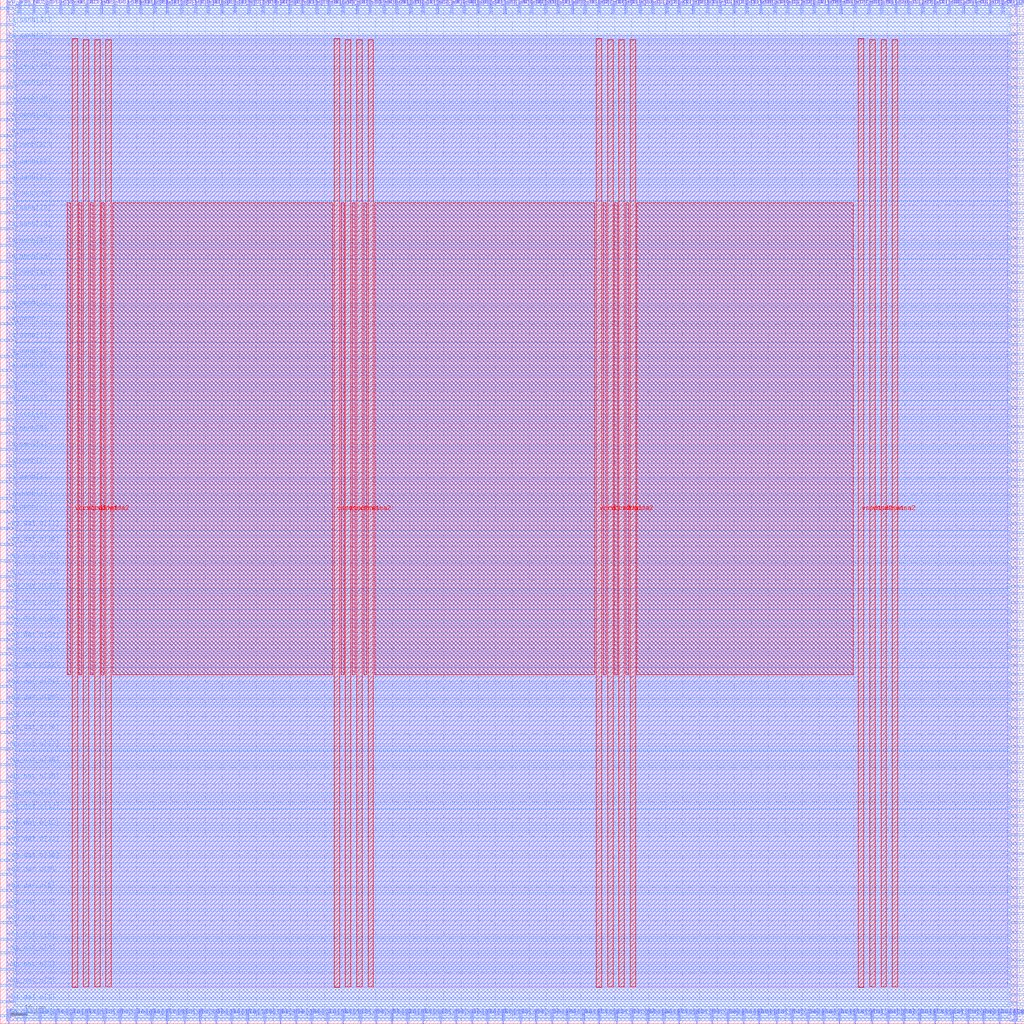
<source format=lef>
VERSION 5.7 ;
  NOWIREEXTENSIONATPIN ON ;
  DIVIDERCHAR "/" ;
  BUSBITCHARS "[]" ;
MACRO wrapped_chacha_wb_accel
  CLASS BLOCK ;
  FOREIGN wrapped_chacha_wb_accel ;
  ORIGIN 0.000 0.000 ;
  SIZE 300.000 BY 300.000 ;
  PIN active
    DIRECTION INPUT ;
    USE SIGNAL ;
    PORT
      LAYER met2 ;
        RECT 25.390 296.000 25.670 300.000 ;
    END
  END active
  PIN io_in[0]
    DIRECTION INPUT ;
    USE SIGNAL ;
    PORT
      LAYER met3 ;
        RECT 296.000 0.720 300.000 1.320 ;
    END
  END io_in[0]
  PIN io_in[10]
    DIRECTION INPUT ;
    USE SIGNAL ;
    PORT
      LAYER met3 ;
        RECT 296.000 78.920 300.000 79.520 ;
    END
  END io_in[10]
  PIN io_in[11]
    DIRECTION INPUT ;
    USE SIGNAL ;
    PORT
      LAYER met3 ;
        RECT 296.000 86.400 300.000 87.000 ;
    END
  END io_in[11]
  PIN io_in[12]
    DIRECTION INPUT ;
    USE SIGNAL ;
    PORT
      LAYER met3 ;
        RECT 296.000 94.560 300.000 95.160 ;
    END
  END io_in[12]
  PIN io_in[13]
    DIRECTION INPUT ;
    USE SIGNAL ;
    PORT
      LAYER met3 ;
        RECT 296.000 102.040 300.000 102.640 ;
    END
  END io_in[13]
  PIN io_in[14]
    DIRECTION INPUT ;
    USE SIGNAL ;
    PORT
      LAYER met3 ;
        RECT 296.000 110.200 300.000 110.800 ;
    END
  END io_in[14]
  PIN io_in[15]
    DIRECTION INPUT ;
    USE SIGNAL ;
    PORT
      LAYER met3 ;
        RECT 296.000 117.680 300.000 118.280 ;
    END
  END io_in[15]
  PIN io_in[16]
    DIRECTION INPUT ;
    USE SIGNAL ;
    PORT
      LAYER met3 ;
        RECT 296.000 125.840 300.000 126.440 ;
    END
  END io_in[16]
  PIN io_in[17]
    DIRECTION INPUT ;
    USE SIGNAL ;
    PORT
      LAYER met3 ;
        RECT 296.000 133.320 300.000 133.920 ;
    END
  END io_in[17]
  PIN io_in[18]
    DIRECTION INPUT ;
    USE SIGNAL ;
    PORT
      LAYER met3 ;
        RECT 296.000 141.480 300.000 142.080 ;
    END
  END io_in[18]
  PIN io_in[19]
    DIRECTION INPUT ;
    USE SIGNAL ;
    PORT
      LAYER met3 ;
        RECT 296.000 148.960 300.000 149.560 ;
    END
  END io_in[19]
  PIN io_in[1]
    DIRECTION INPUT ;
    USE SIGNAL ;
    PORT
      LAYER met3 ;
        RECT 296.000 8.200 300.000 8.800 ;
    END
  END io_in[1]
  PIN io_in[20]
    DIRECTION INPUT ;
    USE SIGNAL ;
    PORT
      LAYER met3 ;
        RECT 296.000 157.120 300.000 157.720 ;
    END
  END io_in[20]
  PIN io_in[21]
    DIRECTION INPUT ;
    USE SIGNAL ;
    PORT
      LAYER met3 ;
        RECT 296.000 164.600 300.000 165.200 ;
    END
  END io_in[21]
  PIN io_in[22]
    DIRECTION INPUT ;
    USE SIGNAL ;
    PORT
      LAYER met3 ;
        RECT 296.000 172.760 300.000 173.360 ;
    END
  END io_in[22]
  PIN io_in[23]
    DIRECTION INPUT ;
    USE SIGNAL ;
    PORT
      LAYER met3 ;
        RECT 296.000 180.240 300.000 180.840 ;
    END
  END io_in[23]
  PIN io_in[24]
    DIRECTION INPUT ;
    USE SIGNAL ;
    PORT
      LAYER met3 ;
        RECT 296.000 188.400 300.000 189.000 ;
    END
  END io_in[24]
  PIN io_in[25]
    DIRECTION INPUT ;
    USE SIGNAL ;
    PORT
      LAYER met3 ;
        RECT 296.000 195.880 300.000 196.480 ;
    END
  END io_in[25]
  PIN io_in[26]
    DIRECTION INPUT ;
    USE SIGNAL ;
    PORT
      LAYER met3 ;
        RECT 296.000 204.040 300.000 204.640 ;
    END
  END io_in[26]
  PIN io_in[27]
    DIRECTION INPUT ;
    USE SIGNAL ;
    PORT
      LAYER met3 ;
        RECT 296.000 211.520 300.000 212.120 ;
    END
  END io_in[27]
  PIN io_in[28]
    DIRECTION INPUT ;
    USE SIGNAL ;
    PORT
      LAYER met3 ;
        RECT 296.000 219.680 300.000 220.280 ;
    END
  END io_in[28]
  PIN io_in[29]
    DIRECTION INPUT ;
    USE SIGNAL ;
    PORT
      LAYER met3 ;
        RECT 296.000 227.160 300.000 227.760 ;
    END
  END io_in[29]
  PIN io_in[2]
    DIRECTION INPUT ;
    USE SIGNAL ;
    PORT
      LAYER met3 ;
        RECT 296.000 16.360 300.000 16.960 ;
    END
  END io_in[2]
  PIN io_in[30]
    DIRECTION INPUT ;
    USE SIGNAL ;
    PORT
      LAYER met3 ;
        RECT 296.000 235.320 300.000 235.920 ;
    END
  END io_in[30]
  PIN io_in[31]
    DIRECTION INPUT ;
    USE SIGNAL ;
    PORT
      LAYER met3 ;
        RECT 296.000 242.800 300.000 243.400 ;
    END
  END io_in[31]
  PIN io_in[32]
    DIRECTION INPUT ;
    USE SIGNAL ;
    PORT
      LAYER met3 ;
        RECT 296.000 250.960 300.000 251.560 ;
    END
  END io_in[32]
  PIN io_in[33]
    DIRECTION INPUT ;
    USE SIGNAL ;
    PORT
      LAYER met3 ;
        RECT 296.000 258.440 300.000 259.040 ;
    END
  END io_in[33]
  PIN io_in[34]
    DIRECTION INPUT ;
    USE SIGNAL ;
    PORT
      LAYER met3 ;
        RECT 296.000 266.600 300.000 267.200 ;
    END
  END io_in[34]
  PIN io_in[35]
    DIRECTION INPUT ;
    USE SIGNAL ;
    PORT
      LAYER met3 ;
        RECT 296.000 274.080 300.000 274.680 ;
    END
  END io_in[35]
  PIN io_in[36]
    DIRECTION INPUT ;
    USE SIGNAL ;
    PORT
      LAYER met3 ;
        RECT 296.000 282.240 300.000 282.840 ;
    END
  END io_in[36]
  PIN io_in[37]
    DIRECTION INPUT ;
    USE SIGNAL ;
    PORT
      LAYER met3 ;
        RECT 296.000 289.720 300.000 290.320 ;
    END
  END io_in[37]
  PIN io_in[3]
    DIRECTION INPUT ;
    USE SIGNAL ;
    PORT
      LAYER met3 ;
        RECT 296.000 23.840 300.000 24.440 ;
    END
  END io_in[3]
  PIN io_in[4]
    DIRECTION INPUT ;
    USE SIGNAL ;
    PORT
      LAYER met3 ;
        RECT 296.000 32.000 300.000 32.600 ;
    END
  END io_in[4]
  PIN io_in[5]
    DIRECTION INPUT ;
    USE SIGNAL ;
    PORT
      LAYER met3 ;
        RECT 296.000 39.480 300.000 40.080 ;
    END
  END io_in[5]
  PIN io_in[6]
    DIRECTION INPUT ;
    USE SIGNAL ;
    PORT
      LAYER met3 ;
        RECT 296.000 47.640 300.000 48.240 ;
    END
  END io_in[6]
  PIN io_in[7]
    DIRECTION INPUT ;
    USE SIGNAL ;
    PORT
      LAYER met3 ;
        RECT 296.000 55.120 300.000 55.720 ;
    END
  END io_in[7]
  PIN io_in[8]
    DIRECTION INPUT ;
    USE SIGNAL ;
    PORT
      LAYER met3 ;
        RECT 296.000 63.280 300.000 63.880 ;
    END
  END io_in[8]
  PIN io_in[9]
    DIRECTION INPUT ;
    USE SIGNAL ;
    PORT
      LAYER met3 ;
        RECT 296.000 70.760 300.000 71.360 ;
    END
  END io_in[9]
  PIN io_oeb[0]
    DIRECTION OUTPUT TRISTATE ;
    USE SIGNAL ;
    PORT
      LAYER met3 ;
        RECT 296.000 5.480 300.000 6.080 ;
    END
  END io_oeb[0]
  PIN io_oeb[10]
    DIRECTION OUTPUT TRISTATE ;
    USE SIGNAL ;
    PORT
      LAYER met3 ;
        RECT 296.000 83.680 300.000 84.280 ;
    END
  END io_oeb[10]
  PIN io_oeb[11]
    DIRECTION OUTPUT TRISTATE ;
    USE SIGNAL ;
    PORT
      LAYER met3 ;
        RECT 296.000 91.840 300.000 92.440 ;
    END
  END io_oeb[11]
  PIN io_oeb[12]
    DIRECTION OUTPUT TRISTATE ;
    USE SIGNAL ;
    PORT
      LAYER met3 ;
        RECT 296.000 99.320 300.000 99.920 ;
    END
  END io_oeb[12]
  PIN io_oeb[13]
    DIRECTION OUTPUT TRISTATE ;
    USE SIGNAL ;
    PORT
      LAYER met3 ;
        RECT 296.000 107.480 300.000 108.080 ;
    END
  END io_oeb[13]
  PIN io_oeb[14]
    DIRECTION OUTPUT TRISTATE ;
    USE SIGNAL ;
    PORT
      LAYER met3 ;
        RECT 296.000 114.960 300.000 115.560 ;
    END
  END io_oeb[14]
  PIN io_oeb[15]
    DIRECTION OUTPUT TRISTATE ;
    USE SIGNAL ;
    PORT
      LAYER met3 ;
        RECT 296.000 123.120 300.000 123.720 ;
    END
  END io_oeb[15]
  PIN io_oeb[16]
    DIRECTION OUTPUT TRISTATE ;
    USE SIGNAL ;
    PORT
      LAYER met3 ;
        RECT 296.000 130.600 300.000 131.200 ;
    END
  END io_oeb[16]
  PIN io_oeb[17]
    DIRECTION OUTPUT TRISTATE ;
    USE SIGNAL ;
    PORT
      LAYER met3 ;
        RECT 296.000 138.760 300.000 139.360 ;
    END
  END io_oeb[17]
  PIN io_oeb[18]
    DIRECTION OUTPUT TRISTATE ;
    USE SIGNAL ;
    PORT
      LAYER met3 ;
        RECT 296.000 146.240 300.000 146.840 ;
    END
  END io_oeb[18]
  PIN io_oeb[19]
    DIRECTION OUTPUT TRISTATE ;
    USE SIGNAL ;
    PORT
      LAYER met3 ;
        RECT 296.000 154.400 300.000 155.000 ;
    END
  END io_oeb[19]
  PIN io_oeb[1]
    DIRECTION OUTPUT TRISTATE ;
    USE SIGNAL ;
    PORT
      LAYER met3 ;
        RECT 296.000 13.640 300.000 14.240 ;
    END
  END io_oeb[1]
  PIN io_oeb[20]
    DIRECTION OUTPUT TRISTATE ;
    USE SIGNAL ;
    PORT
      LAYER met3 ;
        RECT 296.000 161.880 300.000 162.480 ;
    END
  END io_oeb[20]
  PIN io_oeb[21]
    DIRECTION OUTPUT TRISTATE ;
    USE SIGNAL ;
    PORT
      LAYER met3 ;
        RECT 296.000 170.040 300.000 170.640 ;
    END
  END io_oeb[21]
  PIN io_oeb[22]
    DIRECTION OUTPUT TRISTATE ;
    USE SIGNAL ;
    PORT
      LAYER met3 ;
        RECT 296.000 177.520 300.000 178.120 ;
    END
  END io_oeb[22]
  PIN io_oeb[23]
    DIRECTION OUTPUT TRISTATE ;
    USE SIGNAL ;
    PORT
      LAYER met3 ;
        RECT 296.000 185.680 300.000 186.280 ;
    END
  END io_oeb[23]
  PIN io_oeb[24]
    DIRECTION OUTPUT TRISTATE ;
    USE SIGNAL ;
    PORT
      LAYER met3 ;
        RECT 296.000 193.160 300.000 193.760 ;
    END
  END io_oeb[24]
  PIN io_oeb[25]
    DIRECTION OUTPUT TRISTATE ;
    USE SIGNAL ;
    PORT
      LAYER met3 ;
        RECT 296.000 201.320 300.000 201.920 ;
    END
  END io_oeb[25]
  PIN io_oeb[26]
    DIRECTION OUTPUT TRISTATE ;
    USE SIGNAL ;
    PORT
      LAYER met3 ;
        RECT 296.000 208.800 300.000 209.400 ;
    END
  END io_oeb[26]
  PIN io_oeb[27]
    DIRECTION OUTPUT TRISTATE ;
    USE SIGNAL ;
    PORT
      LAYER met3 ;
        RECT 296.000 216.960 300.000 217.560 ;
    END
  END io_oeb[27]
  PIN io_oeb[28]
    DIRECTION OUTPUT TRISTATE ;
    USE SIGNAL ;
    PORT
      LAYER met3 ;
        RECT 296.000 224.440 300.000 225.040 ;
    END
  END io_oeb[28]
  PIN io_oeb[29]
    DIRECTION OUTPUT TRISTATE ;
    USE SIGNAL ;
    PORT
      LAYER met3 ;
        RECT 296.000 232.600 300.000 233.200 ;
    END
  END io_oeb[29]
  PIN io_oeb[2]
    DIRECTION OUTPUT TRISTATE ;
    USE SIGNAL ;
    PORT
      LAYER met3 ;
        RECT 296.000 21.120 300.000 21.720 ;
    END
  END io_oeb[2]
  PIN io_oeb[30]
    DIRECTION OUTPUT TRISTATE ;
    USE SIGNAL ;
    PORT
      LAYER met3 ;
        RECT 296.000 240.080 300.000 240.680 ;
    END
  END io_oeb[30]
  PIN io_oeb[31]
    DIRECTION OUTPUT TRISTATE ;
    USE SIGNAL ;
    PORT
      LAYER met3 ;
        RECT 296.000 248.240 300.000 248.840 ;
    END
  END io_oeb[31]
  PIN io_oeb[32]
    DIRECTION OUTPUT TRISTATE ;
    USE SIGNAL ;
    PORT
      LAYER met3 ;
        RECT 296.000 255.720 300.000 256.320 ;
    END
  END io_oeb[32]
  PIN io_oeb[33]
    DIRECTION OUTPUT TRISTATE ;
    USE SIGNAL ;
    PORT
      LAYER met3 ;
        RECT 296.000 263.880 300.000 264.480 ;
    END
  END io_oeb[33]
  PIN io_oeb[34]
    DIRECTION OUTPUT TRISTATE ;
    USE SIGNAL ;
    PORT
      LAYER met3 ;
        RECT 296.000 271.360 300.000 271.960 ;
    END
  END io_oeb[34]
  PIN io_oeb[35]
    DIRECTION OUTPUT TRISTATE ;
    USE SIGNAL ;
    PORT
      LAYER met3 ;
        RECT 296.000 279.520 300.000 280.120 ;
    END
  END io_oeb[35]
  PIN io_oeb[36]
    DIRECTION OUTPUT TRISTATE ;
    USE SIGNAL ;
    PORT
      LAYER met3 ;
        RECT 296.000 287.000 300.000 287.600 ;
    END
  END io_oeb[36]
  PIN io_oeb[37]
    DIRECTION OUTPUT TRISTATE ;
    USE SIGNAL ;
    PORT
      LAYER met3 ;
        RECT 296.000 295.160 300.000 295.760 ;
    END
  END io_oeb[37]
  PIN io_oeb[3]
    DIRECTION OUTPUT TRISTATE ;
    USE SIGNAL ;
    PORT
      LAYER met3 ;
        RECT 296.000 29.280 300.000 29.880 ;
    END
  END io_oeb[3]
  PIN io_oeb[4]
    DIRECTION OUTPUT TRISTATE ;
    USE SIGNAL ;
    PORT
      LAYER met3 ;
        RECT 296.000 36.760 300.000 37.360 ;
    END
  END io_oeb[4]
  PIN io_oeb[5]
    DIRECTION OUTPUT TRISTATE ;
    USE SIGNAL ;
    PORT
      LAYER met3 ;
        RECT 296.000 44.920 300.000 45.520 ;
    END
  END io_oeb[5]
  PIN io_oeb[6]
    DIRECTION OUTPUT TRISTATE ;
    USE SIGNAL ;
    PORT
      LAYER met3 ;
        RECT 296.000 52.400 300.000 53.000 ;
    END
  END io_oeb[6]
  PIN io_oeb[7]
    DIRECTION OUTPUT TRISTATE ;
    USE SIGNAL ;
    PORT
      LAYER met3 ;
        RECT 296.000 60.560 300.000 61.160 ;
    END
  END io_oeb[7]
  PIN io_oeb[8]
    DIRECTION OUTPUT TRISTATE ;
    USE SIGNAL ;
    PORT
      LAYER met3 ;
        RECT 296.000 68.040 300.000 68.640 ;
    END
  END io_oeb[8]
  PIN io_oeb[9]
    DIRECTION OUTPUT TRISTATE ;
    USE SIGNAL ;
    PORT
      LAYER met3 ;
        RECT 296.000 76.200 300.000 76.800 ;
    END
  END io_oeb[9]
  PIN io_out[0]
    DIRECTION OUTPUT TRISTATE ;
    USE SIGNAL ;
    PORT
      LAYER met3 ;
        RECT 296.000 2.760 300.000 3.360 ;
    END
  END io_out[0]
  PIN io_out[10]
    DIRECTION OUTPUT TRISTATE ;
    USE SIGNAL ;
    PORT
      LAYER met3 ;
        RECT 296.000 80.960 300.000 81.560 ;
    END
  END io_out[10]
  PIN io_out[11]
    DIRECTION OUTPUT TRISTATE ;
    USE SIGNAL ;
    PORT
      LAYER met3 ;
        RECT 296.000 89.120 300.000 89.720 ;
    END
  END io_out[11]
  PIN io_out[12]
    DIRECTION OUTPUT TRISTATE ;
    USE SIGNAL ;
    PORT
      LAYER met3 ;
        RECT 296.000 96.600 300.000 97.200 ;
    END
  END io_out[12]
  PIN io_out[13]
    DIRECTION OUTPUT TRISTATE ;
    USE SIGNAL ;
    PORT
      LAYER met3 ;
        RECT 296.000 104.760 300.000 105.360 ;
    END
  END io_out[13]
  PIN io_out[14]
    DIRECTION OUTPUT TRISTATE ;
    USE SIGNAL ;
    PORT
      LAYER met3 ;
        RECT 296.000 112.240 300.000 112.840 ;
    END
  END io_out[14]
  PIN io_out[15]
    DIRECTION OUTPUT TRISTATE ;
    USE SIGNAL ;
    PORT
      LAYER met3 ;
        RECT 296.000 120.400 300.000 121.000 ;
    END
  END io_out[15]
  PIN io_out[16]
    DIRECTION OUTPUT TRISTATE ;
    USE SIGNAL ;
    PORT
      LAYER met3 ;
        RECT 296.000 127.880 300.000 128.480 ;
    END
  END io_out[16]
  PIN io_out[17]
    DIRECTION OUTPUT TRISTATE ;
    USE SIGNAL ;
    PORT
      LAYER met3 ;
        RECT 296.000 136.040 300.000 136.640 ;
    END
  END io_out[17]
  PIN io_out[18]
    DIRECTION OUTPUT TRISTATE ;
    USE SIGNAL ;
    PORT
      LAYER met3 ;
        RECT 296.000 143.520 300.000 144.120 ;
    END
  END io_out[18]
  PIN io_out[19]
    DIRECTION OUTPUT TRISTATE ;
    USE SIGNAL ;
    PORT
      LAYER met3 ;
        RECT 296.000 151.680 300.000 152.280 ;
    END
  END io_out[19]
  PIN io_out[1]
    DIRECTION OUTPUT TRISTATE ;
    USE SIGNAL ;
    PORT
      LAYER met3 ;
        RECT 296.000 10.920 300.000 11.520 ;
    END
  END io_out[1]
  PIN io_out[20]
    DIRECTION OUTPUT TRISTATE ;
    USE SIGNAL ;
    PORT
      LAYER met3 ;
        RECT 296.000 159.160 300.000 159.760 ;
    END
  END io_out[20]
  PIN io_out[21]
    DIRECTION OUTPUT TRISTATE ;
    USE SIGNAL ;
    PORT
      LAYER met3 ;
        RECT 296.000 167.320 300.000 167.920 ;
    END
  END io_out[21]
  PIN io_out[22]
    DIRECTION OUTPUT TRISTATE ;
    USE SIGNAL ;
    PORT
      LAYER met3 ;
        RECT 296.000 174.800 300.000 175.400 ;
    END
  END io_out[22]
  PIN io_out[23]
    DIRECTION OUTPUT TRISTATE ;
    USE SIGNAL ;
    PORT
      LAYER met3 ;
        RECT 296.000 182.960 300.000 183.560 ;
    END
  END io_out[23]
  PIN io_out[24]
    DIRECTION OUTPUT TRISTATE ;
    USE SIGNAL ;
    PORT
      LAYER met3 ;
        RECT 296.000 190.440 300.000 191.040 ;
    END
  END io_out[24]
  PIN io_out[25]
    DIRECTION OUTPUT TRISTATE ;
    USE SIGNAL ;
    PORT
      LAYER met3 ;
        RECT 296.000 198.600 300.000 199.200 ;
    END
  END io_out[25]
  PIN io_out[26]
    DIRECTION OUTPUT TRISTATE ;
    USE SIGNAL ;
    PORT
      LAYER met3 ;
        RECT 296.000 206.080 300.000 206.680 ;
    END
  END io_out[26]
  PIN io_out[27]
    DIRECTION OUTPUT TRISTATE ;
    USE SIGNAL ;
    PORT
      LAYER met3 ;
        RECT 296.000 214.240 300.000 214.840 ;
    END
  END io_out[27]
  PIN io_out[28]
    DIRECTION OUTPUT TRISTATE ;
    USE SIGNAL ;
    PORT
      LAYER met3 ;
        RECT 296.000 221.720 300.000 222.320 ;
    END
  END io_out[28]
  PIN io_out[29]
    DIRECTION OUTPUT TRISTATE ;
    USE SIGNAL ;
    PORT
      LAYER met3 ;
        RECT 296.000 229.880 300.000 230.480 ;
    END
  END io_out[29]
  PIN io_out[2]
    DIRECTION OUTPUT TRISTATE ;
    USE SIGNAL ;
    PORT
      LAYER met3 ;
        RECT 296.000 18.400 300.000 19.000 ;
    END
  END io_out[2]
  PIN io_out[30]
    DIRECTION OUTPUT TRISTATE ;
    USE SIGNAL ;
    PORT
      LAYER met3 ;
        RECT 296.000 237.360 300.000 237.960 ;
    END
  END io_out[30]
  PIN io_out[31]
    DIRECTION OUTPUT TRISTATE ;
    USE SIGNAL ;
    PORT
      LAYER met3 ;
        RECT 296.000 245.520 300.000 246.120 ;
    END
  END io_out[31]
  PIN io_out[32]
    DIRECTION OUTPUT TRISTATE ;
    USE SIGNAL ;
    PORT
      LAYER met3 ;
        RECT 296.000 253.000 300.000 253.600 ;
    END
  END io_out[32]
  PIN io_out[33]
    DIRECTION OUTPUT TRISTATE ;
    USE SIGNAL ;
    PORT
      LAYER met3 ;
        RECT 296.000 261.160 300.000 261.760 ;
    END
  END io_out[33]
  PIN io_out[34]
    DIRECTION OUTPUT TRISTATE ;
    USE SIGNAL ;
    PORT
      LAYER met3 ;
        RECT 296.000 268.640 300.000 269.240 ;
    END
  END io_out[34]
  PIN io_out[35]
    DIRECTION OUTPUT TRISTATE ;
    USE SIGNAL ;
    PORT
      LAYER met3 ;
        RECT 296.000 276.800 300.000 277.400 ;
    END
  END io_out[35]
  PIN io_out[36]
    DIRECTION OUTPUT TRISTATE ;
    USE SIGNAL ;
    PORT
      LAYER met3 ;
        RECT 296.000 284.280 300.000 284.880 ;
    END
  END io_out[36]
  PIN io_out[37]
    DIRECTION OUTPUT TRISTATE ;
    USE SIGNAL ;
    PORT
      LAYER met3 ;
        RECT 296.000 292.440 300.000 293.040 ;
    END
  END io_out[37]
  PIN io_out[3]
    DIRECTION OUTPUT TRISTATE ;
    USE SIGNAL ;
    PORT
      LAYER met3 ;
        RECT 296.000 26.560 300.000 27.160 ;
    END
  END io_out[3]
  PIN io_out[4]
    DIRECTION OUTPUT TRISTATE ;
    USE SIGNAL ;
    PORT
      LAYER met3 ;
        RECT 296.000 34.040 300.000 34.640 ;
    END
  END io_out[4]
  PIN io_out[5]
    DIRECTION OUTPUT TRISTATE ;
    USE SIGNAL ;
    PORT
      LAYER met3 ;
        RECT 296.000 42.200 300.000 42.800 ;
    END
  END io_out[5]
  PIN io_out[6]
    DIRECTION OUTPUT TRISTATE ;
    USE SIGNAL ;
    PORT
      LAYER met3 ;
        RECT 296.000 49.680 300.000 50.280 ;
    END
  END io_out[6]
  PIN io_out[7]
    DIRECTION OUTPUT TRISTATE ;
    USE SIGNAL ;
    PORT
      LAYER met3 ;
        RECT 296.000 57.840 300.000 58.440 ;
    END
  END io_out[7]
  PIN io_out[8]
    DIRECTION OUTPUT TRISTATE ;
    USE SIGNAL ;
    PORT
      LAYER met3 ;
        RECT 296.000 65.320 300.000 65.920 ;
    END
  END io_out[8]
  PIN io_out[9]
    DIRECTION OUTPUT TRISTATE ;
    USE SIGNAL ;
    PORT
      LAYER met3 ;
        RECT 296.000 73.480 300.000 74.080 ;
    END
  END io_out[9]
  PIN irq[0]
    DIRECTION OUTPUT TRISTATE ;
    USE SIGNAL ;
    PORT
      LAYER met2 ;
        RECT 297.710 296.000 297.990 300.000 ;
    END
  END irq[0]
  PIN irq[1]
    DIRECTION OUTPUT TRISTATE ;
    USE SIGNAL ;
    PORT
      LAYER met3 ;
        RECT 296.000 297.880 300.000 298.480 ;
    END
  END irq[1]
  PIN irq[2]
    DIRECTION OUTPUT TRISTATE ;
    USE SIGNAL ;
    PORT
      LAYER met3 ;
        RECT 0.000 297.200 4.000 297.800 ;
    END
  END irq[2]
  PIN la_data_in[0]
    DIRECTION INPUT ;
    USE SIGNAL ;
    PORT
      LAYER met2 ;
        RECT 2.390 0.000 2.670 4.000 ;
    END
  END la_data_in[0]
  PIN la_data_in[10]
    DIRECTION INPUT ;
    USE SIGNAL ;
    PORT
      LAYER met2 ;
        RECT 48.850 0.000 49.130 4.000 ;
    END
  END la_data_in[10]
  PIN la_data_in[11]
    DIRECTION INPUT ;
    USE SIGNAL ;
    PORT
      LAYER met2 ;
        RECT 53.910 0.000 54.190 4.000 ;
    END
  END la_data_in[11]
  PIN la_data_in[12]
    DIRECTION INPUT ;
    USE SIGNAL ;
    PORT
      LAYER met2 ;
        RECT 58.510 0.000 58.790 4.000 ;
    END
  END la_data_in[12]
  PIN la_data_in[13]
    DIRECTION INPUT ;
    USE SIGNAL ;
    PORT
      LAYER met2 ;
        RECT 63.110 0.000 63.390 4.000 ;
    END
  END la_data_in[13]
  PIN la_data_in[14]
    DIRECTION INPUT ;
    USE SIGNAL ;
    PORT
      LAYER met2 ;
        RECT 67.710 0.000 67.990 4.000 ;
    END
  END la_data_in[14]
  PIN la_data_in[15]
    DIRECTION INPUT ;
    USE SIGNAL ;
    PORT
      LAYER met2 ;
        RECT 72.310 0.000 72.590 4.000 ;
    END
  END la_data_in[15]
  PIN la_data_in[16]
    DIRECTION INPUT ;
    USE SIGNAL ;
    PORT
      LAYER met2 ;
        RECT 77.370 0.000 77.650 4.000 ;
    END
  END la_data_in[16]
  PIN la_data_in[17]
    DIRECTION INPUT ;
    USE SIGNAL ;
    PORT
      LAYER met2 ;
        RECT 81.970 0.000 82.250 4.000 ;
    END
  END la_data_in[17]
  PIN la_data_in[18]
    DIRECTION INPUT ;
    USE SIGNAL ;
    PORT
      LAYER met2 ;
        RECT 86.570 0.000 86.850 4.000 ;
    END
  END la_data_in[18]
  PIN la_data_in[19]
    DIRECTION INPUT ;
    USE SIGNAL ;
    PORT
      LAYER met2 ;
        RECT 91.170 0.000 91.450 4.000 ;
    END
  END la_data_in[19]
  PIN la_data_in[1]
    DIRECTION INPUT ;
    USE SIGNAL ;
    PORT
      LAYER met2 ;
        RECT 6.990 0.000 7.270 4.000 ;
    END
  END la_data_in[1]
  PIN la_data_in[20]
    DIRECTION INPUT ;
    USE SIGNAL ;
    PORT
      LAYER met2 ;
        RECT 95.770 0.000 96.050 4.000 ;
    END
  END la_data_in[20]
  PIN la_data_in[21]
    DIRECTION INPUT ;
    USE SIGNAL ;
    PORT
      LAYER met2 ;
        RECT 100.370 0.000 100.650 4.000 ;
    END
  END la_data_in[21]
  PIN la_data_in[22]
    DIRECTION INPUT ;
    USE SIGNAL ;
    PORT
      LAYER met2 ;
        RECT 105.430 0.000 105.710 4.000 ;
    END
  END la_data_in[22]
  PIN la_data_in[23]
    DIRECTION INPUT ;
    USE SIGNAL ;
    PORT
      LAYER met2 ;
        RECT 110.030 0.000 110.310 4.000 ;
    END
  END la_data_in[23]
  PIN la_data_in[24]
    DIRECTION INPUT ;
    USE SIGNAL ;
    PORT
      LAYER met2 ;
        RECT 114.630 0.000 114.910 4.000 ;
    END
  END la_data_in[24]
  PIN la_data_in[25]
    DIRECTION INPUT ;
    USE SIGNAL ;
    PORT
      LAYER met2 ;
        RECT 119.230 0.000 119.510 4.000 ;
    END
  END la_data_in[25]
  PIN la_data_in[26]
    DIRECTION INPUT ;
    USE SIGNAL ;
    PORT
      LAYER met2 ;
        RECT 123.830 0.000 124.110 4.000 ;
    END
  END la_data_in[26]
  PIN la_data_in[27]
    DIRECTION INPUT ;
    USE SIGNAL ;
    PORT
      LAYER met2 ;
        RECT 128.890 0.000 129.170 4.000 ;
    END
  END la_data_in[27]
  PIN la_data_in[28]
    DIRECTION INPUT ;
    USE SIGNAL ;
    PORT
      LAYER met2 ;
        RECT 133.490 0.000 133.770 4.000 ;
    END
  END la_data_in[28]
  PIN la_data_in[29]
    DIRECTION INPUT ;
    USE SIGNAL ;
    PORT
      LAYER met2 ;
        RECT 138.090 0.000 138.370 4.000 ;
    END
  END la_data_in[29]
  PIN la_data_in[2]
    DIRECTION INPUT ;
    USE SIGNAL ;
    PORT
      LAYER met2 ;
        RECT 11.590 0.000 11.870 4.000 ;
    END
  END la_data_in[2]
  PIN la_data_in[30]
    DIRECTION INPUT ;
    USE SIGNAL ;
    PORT
      LAYER met2 ;
        RECT 142.690 0.000 142.970 4.000 ;
    END
  END la_data_in[30]
  PIN la_data_in[31]
    DIRECTION INPUT ;
    USE SIGNAL ;
    PORT
      LAYER met2 ;
        RECT 147.290 0.000 147.570 4.000 ;
    END
  END la_data_in[31]
  PIN la_data_in[3]
    DIRECTION INPUT ;
    USE SIGNAL ;
    PORT
      LAYER met2 ;
        RECT 16.190 0.000 16.470 4.000 ;
    END
  END la_data_in[3]
  PIN la_data_in[4]
    DIRECTION INPUT ;
    USE SIGNAL ;
    PORT
      LAYER met2 ;
        RECT 20.790 0.000 21.070 4.000 ;
    END
  END la_data_in[4]
  PIN la_data_in[5]
    DIRECTION INPUT ;
    USE SIGNAL ;
    PORT
      LAYER met2 ;
        RECT 25.390 0.000 25.670 4.000 ;
    END
  END la_data_in[5]
  PIN la_data_in[6]
    DIRECTION INPUT ;
    USE SIGNAL ;
    PORT
      LAYER met2 ;
        RECT 30.450 0.000 30.730 4.000 ;
    END
  END la_data_in[6]
  PIN la_data_in[7]
    DIRECTION INPUT ;
    USE SIGNAL ;
    PORT
      LAYER met2 ;
        RECT 35.050 0.000 35.330 4.000 ;
    END
  END la_data_in[7]
  PIN la_data_in[8]
    DIRECTION INPUT ;
    USE SIGNAL ;
    PORT
      LAYER met2 ;
        RECT 39.650 0.000 39.930 4.000 ;
    END
  END la_data_in[8]
  PIN la_data_in[9]
    DIRECTION INPUT ;
    USE SIGNAL ;
    PORT
      LAYER met2 ;
        RECT 44.250 0.000 44.530 4.000 ;
    END
  END la_data_in[9]
  PIN la_data_out[0]
    DIRECTION OUTPUT TRISTATE ;
    USE SIGNAL ;
    PORT
      LAYER met2 ;
        RECT 152.350 0.000 152.630 4.000 ;
    END
  END la_data_out[0]
  PIN la_data_out[10]
    DIRECTION OUTPUT TRISTATE ;
    USE SIGNAL ;
    PORT
      LAYER met2 ;
        RECT 198.810 0.000 199.090 4.000 ;
    END
  END la_data_out[10]
  PIN la_data_out[11]
    DIRECTION OUTPUT TRISTATE ;
    USE SIGNAL ;
    PORT
      LAYER met2 ;
        RECT 203.870 0.000 204.150 4.000 ;
    END
  END la_data_out[11]
  PIN la_data_out[12]
    DIRECTION OUTPUT TRISTATE ;
    USE SIGNAL ;
    PORT
      LAYER met2 ;
        RECT 208.470 0.000 208.750 4.000 ;
    END
  END la_data_out[12]
  PIN la_data_out[13]
    DIRECTION OUTPUT TRISTATE ;
    USE SIGNAL ;
    PORT
      LAYER met2 ;
        RECT 213.070 0.000 213.350 4.000 ;
    END
  END la_data_out[13]
  PIN la_data_out[14]
    DIRECTION OUTPUT TRISTATE ;
    USE SIGNAL ;
    PORT
      LAYER met2 ;
        RECT 217.670 0.000 217.950 4.000 ;
    END
  END la_data_out[14]
  PIN la_data_out[15]
    DIRECTION OUTPUT TRISTATE ;
    USE SIGNAL ;
    PORT
      LAYER met2 ;
        RECT 222.270 0.000 222.550 4.000 ;
    END
  END la_data_out[15]
  PIN la_data_out[16]
    DIRECTION OUTPUT TRISTATE ;
    USE SIGNAL ;
    PORT
      LAYER met2 ;
        RECT 227.330 0.000 227.610 4.000 ;
    END
  END la_data_out[16]
  PIN la_data_out[17]
    DIRECTION OUTPUT TRISTATE ;
    USE SIGNAL ;
    PORT
      LAYER met2 ;
        RECT 231.930 0.000 232.210 4.000 ;
    END
  END la_data_out[17]
  PIN la_data_out[18]
    DIRECTION OUTPUT TRISTATE ;
    USE SIGNAL ;
    PORT
      LAYER met2 ;
        RECT 236.530 0.000 236.810 4.000 ;
    END
  END la_data_out[18]
  PIN la_data_out[19]
    DIRECTION OUTPUT TRISTATE ;
    USE SIGNAL ;
    PORT
      LAYER met2 ;
        RECT 241.130 0.000 241.410 4.000 ;
    END
  END la_data_out[19]
  PIN la_data_out[1]
    DIRECTION OUTPUT TRISTATE ;
    USE SIGNAL ;
    PORT
      LAYER met2 ;
        RECT 156.950 0.000 157.230 4.000 ;
    END
  END la_data_out[1]
  PIN la_data_out[20]
    DIRECTION OUTPUT TRISTATE ;
    USE SIGNAL ;
    PORT
      LAYER met2 ;
        RECT 245.730 0.000 246.010 4.000 ;
    END
  END la_data_out[20]
  PIN la_data_out[21]
    DIRECTION OUTPUT TRISTATE ;
    USE SIGNAL ;
    PORT
      LAYER met2 ;
        RECT 250.330 0.000 250.610 4.000 ;
    END
  END la_data_out[21]
  PIN la_data_out[22]
    DIRECTION OUTPUT TRISTATE ;
    USE SIGNAL ;
    PORT
      LAYER met2 ;
        RECT 255.390 0.000 255.670 4.000 ;
    END
  END la_data_out[22]
  PIN la_data_out[23]
    DIRECTION OUTPUT TRISTATE ;
    USE SIGNAL ;
    PORT
      LAYER met2 ;
        RECT 259.990 0.000 260.270 4.000 ;
    END
  END la_data_out[23]
  PIN la_data_out[24]
    DIRECTION OUTPUT TRISTATE ;
    USE SIGNAL ;
    PORT
      LAYER met2 ;
        RECT 264.590 0.000 264.870 4.000 ;
    END
  END la_data_out[24]
  PIN la_data_out[25]
    DIRECTION OUTPUT TRISTATE ;
    USE SIGNAL ;
    PORT
      LAYER met2 ;
        RECT 269.190 0.000 269.470 4.000 ;
    END
  END la_data_out[25]
  PIN la_data_out[26]
    DIRECTION OUTPUT TRISTATE ;
    USE SIGNAL ;
    PORT
      LAYER met2 ;
        RECT 273.790 0.000 274.070 4.000 ;
    END
  END la_data_out[26]
  PIN la_data_out[27]
    DIRECTION OUTPUT TRISTATE ;
    USE SIGNAL ;
    PORT
      LAYER met2 ;
        RECT 278.850 0.000 279.130 4.000 ;
    END
  END la_data_out[27]
  PIN la_data_out[28]
    DIRECTION OUTPUT TRISTATE ;
    USE SIGNAL ;
    PORT
      LAYER met2 ;
        RECT 283.450 0.000 283.730 4.000 ;
    END
  END la_data_out[28]
  PIN la_data_out[29]
    DIRECTION OUTPUT TRISTATE ;
    USE SIGNAL ;
    PORT
      LAYER met2 ;
        RECT 288.050 0.000 288.330 4.000 ;
    END
  END la_data_out[29]
  PIN la_data_out[2]
    DIRECTION OUTPUT TRISTATE ;
    USE SIGNAL ;
    PORT
      LAYER met2 ;
        RECT 161.550 0.000 161.830 4.000 ;
    END
  END la_data_out[2]
  PIN la_data_out[30]
    DIRECTION OUTPUT TRISTATE ;
    USE SIGNAL ;
    PORT
      LAYER met2 ;
        RECT 292.650 0.000 292.930 4.000 ;
    END
  END la_data_out[30]
  PIN la_data_out[31]
    DIRECTION OUTPUT TRISTATE ;
    USE SIGNAL ;
    PORT
      LAYER met2 ;
        RECT 297.250 0.000 297.530 4.000 ;
    END
  END la_data_out[31]
  PIN la_data_out[3]
    DIRECTION OUTPUT TRISTATE ;
    USE SIGNAL ;
    PORT
      LAYER met2 ;
        RECT 166.150 0.000 166.430 4.000 ;
    END
  END la_data_out[3]
  PIN la_data_out[4]
    DIRECTION OUTPUT TRISTATE ;
    USE SIGNAL ;
    PORT
      LAYER met2 ;
        RECT 170.750 0.000 171.030 4.000 ;
    END
  END la_data_out[4]
  PIN la_data_out[5]
    DIRECTION OUTPUT TRISTATE ;
    USE SIGNAL ;
    PORT
      LAYER met2 ;
        RECT 175.350 0.000 175.630 4.000 ;
    END
  END la_data_out[5]
  PIN la_data_out[6]
    DIRECTION OUTPUT TRISTATE ;
    USE SIGNAL ;
    PORT
      LAYER met2 ;
        RECT 180.410 0.000 180.690 4.000 ;
    END
  END la_data_out[6]
  PIN la_data_out[7]
    DIRECTION OUTPUT TRISTATE ;
    USE SIGNAL ;
    PORT
      LAYER met2 ;
        RECT 185.010 0.000 185.290 4.000 ;
    END
  END la_data_out[7]
  PIN la_data_out[8]
    DIRECTION OUTPUT TRISTATE ;
    USE SIGNAL ;
    PORT
      LAYER met2 ;
        RECT 189.610 0.000 189.890 4.000 ;
    END
  END la_data_out[8]
  PIN la_data_out[9]
    DIRECTION OUTPUT TRISTATE ;
    USE SIGNAL ;
    PORT
      LAYER met2 ;
        RECT 194.210 0.000 194.490 4.000 ;
    END
  END la_data_out[9]
  PIN la_oenb[0]
    DIRECTION INPUT ;
    USE SIGNAL ;
    PORT
      LAYER met3 ;
        RECT 0.000 149.640 4.000 150.240 ;
    END
  END la_oenb[0]
  PIN la_oenb[10]
    DIRECTION INPUT ;
    USE SIGNAL ;
    PORT
      LAYER met3 ;
        RECT 0.000 195.200 4.000 195.800 ;
    END
  END la_oenb[10]
  PIN la_oenb[11]
    DIRECTION INPUT ;
    USE SIGNAL ;
    PORT
      LAYER met3 ;
        RECT 0.000 199.960 4.000 200.560 ;
    END
  END la_oenb[11]
  PIN la_oenb[12]
    DIRECTION INPUT ;
    USE SIGNAL ;
    PORT
      LAYER met3 ;
        RECT 0.000 204.720 4.000 205.320 ;
    END
  END la_oenb[12]
  PIN la_oenb[13]
    DIRECTION INPUT ;
    USE SIGNAL ;
    PORT
      LAYER met3 ;
        RECT 0.000 209.480 4.000 210.080 ;
    END
  END la_oenb[13]
  PIN la_oenb[14]
    DIRECTION INPUT ;
    USE SIGNAL ;
    PORT
      LAYER met3 ;
        RECT 0.000 214.240 4.000 214.840 ;
    END
  END la_oenb[14]
  PIN la_oenb[15]
    DIRECTION INPUT ;
    USE SIGNAL ;
    PORT
      LAYER met3 ;
        RECT 0.000 218.320 4.000 218.920 ;
    END
  END la_oenb[15]
  PIN la_oenb[16]
    DIRECTION INPUT ;
    USE SIGNAL ;
    PORT
      LAYER met3 ;
        RECT 0.000 223.080 4.000 223.680 ;
    END
  END la_oenb[16]
  PIN la_oenb[17]
    DIRECTION INPUT ;
    USE SIGNAL ;
    PORT
      LAYER met3 ;
        RECT 0.000 227.840 4.000 228.440 ;
    END
  END la_oenb[17]
  PIN la_oenb[18]
    DIRECTION INPUT ;
    USE SIGNAL ;
    PORT
      LAYER met3 ;
        RECT 0.000 232.600 4.000 233.200 ;
    END
  END la_oenb[18]
  PIN la_oenb[19]
    DIRECTION INPUT ;
    USE SIGNAL ;
    PORT
      LAYER met3 ;
        RECT 0.000 237.360 4.000 237.960 ;
    END
  END la_oenb[19]
  PIN la_oenb[1]
    DIRECTION INPUT ;
    USE SIGNAL ;
    PORT
      LAYER met3 ;
        RECT 0.000 153.720 4.000 154.320 ;
    END
  END la_oenb[1]
  PIN la_oenb[20]
    DIRECTION INPUT ;
    USE SIGNAL ;
    PORT
      LAYER met3 ;
        RECT 0.000 241.440 4.000 242.040 ;
    END
  END la_oenb[20]
  PIN la_oenb[21]
    DIRECTION INPUT ;
    USE SIGNAL ;
    PORT
      LAYER met3 ;
        RECT 0.000 246.200 4.000 246.800 ;
    END
  END la_oenb[21]
  PIN la_oenb[22]
    DIRECTION INPUT ;
    USE SIGNAL ;
    PORT
      LAYER met3 ;
        RECT 0.000 250.960 4.000 251.560 ;
    END
  END la_oenb[22]
  PIN la_oenb[23]
    DIRECTION INPUT ;
    USE SIGNAL ;
    PORT
      LAYER met3 ;
        RECT 0.000 255.720 4.000 256.320 ;
    END
  END la_oenb[23]
  PIN la_oenb[24]
    DIRECTION INPUT ;
    USE SIGNAL ;
    PORT
      LAYER met3 ;
        RECT 0.000 259.800 4.000 260.400 ;
    END
  END la_oenb[24]
  PIN la_oenb[25]
    DIRECTION INPUT ;
    USE SIGNAL ;
    PORT
      LAYER met3 ;
        RECT 0.000 264.560 4.000 265.160 ;
    END
  END la_oenb[25]
  PIN la_oenb[26]
    DIRECTION INPUT ;
    USE SIGNAL ;
    PORT
      LAYER met3 ;
        RECT 0.000 269.320 4.000 269.920 ;
    END
  END la_oenb[26]
  PIN la_oenb[27]
    DIRECTION INPUT ;
    USE SIGNAL ;
    PORT
      LAYER met3 ;
        RECT 0.000 274.080 4.000 274.680 ;
    END
  END la_oenb[27]
  PIN la_oenb[28]
    DIRECTION INPUT ;
    USE SIGNAL ;
    PORT
      LAYER met3 ;
        RECT 0.000 278.840 4.000 279.440 ;
    END
  END la_oenb[28]
  PIN la_oenb[29]
    DIRECTION INPUT ;
    USE SIGNAL ;
    PORT
      LAYER met3 ;
        RECT 0.000 282.920 4.000 283.520 ;
    END
  END la_oenb[29]
  PIN la_oenb[2]
    DIRECTION INPUT ;
    USE SIGNAL ;
    PORT
      LAYER met3 ;
        RECT 0.000 158.480 4.000 159.080 ;
    END
  END la_oenb[2]
  PIN la_oenb[30]
    DIRECTION INPUT ;
    USE SIGNAL ;
    PORT
      LAYER met3 ;
        RECT 0.000 287.680 4.000 288.280 ;
    END
  END la_oenb[30]
  PIN la_oenb[31]
    DIRECTION INPUT ;
    USE SIGNAL ;
    PORT
      LAYER met3 ;
        RECT 0.000 292.440 4.000 293.040 ;
    END
  END la_oenb[31]
  PIN la_oenb[3]
    DIRECTION INPUT ;
    USE SIGNAL ;
    PORT
      LAYER met3 ;
        RECT 0.000 163.240 4.000 163.840 ;
    END
  END la_oenb[3]
  PIN la_oenb[4]
    DIRECTION INPUT ;
    USE SIGNAL ;
    PORT
      LAYER met3 ;
        RECT 0.000 168.000 4.000 168.600 ;
    END
  END la_oenb[4]
  PIN la_oenb[5]
    DIRECTION INPUT ;
    USE SIGNAL ;
    PORT
      LAYER met3 ;
        RECT 0.000 172.760 4.000 173.360 ;
    END
  END la_oenb[5]
  PIN la_oenb[6]
    DIRECTION INPUT ;
    USE SIGNAL ;
    PORT
      LAYER met3 ;
        RECT 0.000 176.840 4.000 177.440 ;
    END
  END la_oenb[6]
  PIN la_oenb[7]
    DIRECTION INPUT ;
    USE SIGNAL ;
    PORT
      LAYER met3 ;
        RECT 0.000 181.600 4.000 182.200 ;
    END
  END la_oenb[7]
  PIN la_oenb[8]
    DIRECTION INPUT ;
    USE SIGNAL ;
    PORT
      LAYER met3 ;
        RECT 0.000 186.360 4.000 186.960 ;
    END
  END la_oenb[8]
  PIN la_oenb[9]
    DIRECTION INPUT ;
    USE SIGNAL ;
    PORT
      LAYER met3 ;
        RECT 0.000 191.120 4.000 191.720 ;
    END
  END la_oenb[9]
  PIN wb_clk_i
    DIRECTION INPUT ;
    USE SIGNAL ;
    PORT
      LAYER met2 ;
        RECT 1.930 296.000 2.210 300.000 ;
    END
  END wb_clk_i
  PIN wb_rst_i
    DIRECTION INPUT ;
    USE SIGNAL ;
    PORT
      LAYER met2 ;
        RECT 5.610 296.000 5.890 300.000 ;
    END
  END wb_rst_i
  PIN wbs_ack_o
    DIRECTION OUTPUT TRISTATE ;
    USE SIGNAL ;
    PORT
      LAYER met2 ;
        RECT 21.250 296.000 21.530 300.000 ;
    END
  END wbs_ack_o
  PIN wbs_adr_i[0]
    DIRECTION INPUT ;
    USE SIGNAL ;
    PORT
      LAYER met2 ;
        RECT 45.170 296.000 45.450 300.000 ;
    END
  END wbs_adr_i[0]
  PIN wbs_adr_i[10]
    DIRECTION INPUT ;
    USE SIGNAL ;
    PORT
      LAYER met2 ;
        RECT 84.730 296.000 85.010 300.000 ;
    END
  END wbs_adr_i[10]
  PIN wbs_adr_i[11]
    DIRECTION INPUT ;
    USE SIGNAL ;
    PORT
      LAYER met2 ;
        RECT 88.410 296.000 88.690 300.000 ;
    END
  END wbs_adr_i[11]
  PIN wbs_adr_i[12]
    DIRECTION INPUT ;
    USE SIGNAL ;
    PORT
      LAYER met2 ;
        RECT 92.550 296.000 92.830 300.000 ;
    END
  END wbs_adr_i[12]
  PIN wbs_adr_i[13]
    DIRECTION INPUT ;
    USE SIGNAL ;
    PORT
      LAYER met2 ;
        RECT 96.230 296.000 96.510 300.000 ;
    END
  END wbs_adr_i[13]
  PIN wbs_adr_i[14]
    DIRECTION INPUT ;
    USE SIGNAL ;
    PORT
      LAYER met2 ;
        RECT 100.370 296.000 100.650 300.000 ;
    END
  END wbs_adr_i[14]
  PIN wbs_adr_i[15]
    DIRECTION INPUT ;
    USE SIGNAL ;
    PORT
      LAYER met2 ;
        RECT 104.510 296.000 104.790 300.000 ;
    END
  END wbs_adr_i[15]
  PIN wbs_adr_i[16]
    DIRECTION INPUT ;
    USE SIGNAL ;
    PORT
      LAYER met2 ;
        RECT 108.190 296.000 108.470 300.000 ;
    END
  END wbs_adr_i[16]
  PIN wbs_adr_i[17]
    DIRECTION INPUT ;
    USE SIGNAL ;
    PORT
      LAYER met2 ;
        RECT 112.330 296.000 112.610 300.000 ;
    END
  END wbs_adr_i[17]
  PIN wbs_adr_i[18]
    DIRECTION INPUT ;
    USE SIGNAL ;
    PORT
      LAYER met2 ;
        RECT 116.010 296.000 116.290 300.000 ;
    END
  END wbs_adr_i[18]
  PIN wbs_adr_i[19]
    DIRECTION INPUT ;
    USE SIGNAL ;
    PORT
      LAYER met2 ;
        RECT 120.150 296.000 120.430 300.000 ;
    END
  END wbs_adr_i[19]
  PIN wbs_adr_i[1]
    DIRECTION INPUT ;
    USE SIGNAL ;
    PORT
      LAYER met2 ;
        RECT 48.850 296.000 49.130 300.000 ;
    END
  END wbs_adr_i[1]
  PIN wbs_adr_i[20]
    DIRECTION INPUT ;
    USE SIGNAL ;
    PORT
      LAYER met2 ;
        RECT 123.830 296.000 124.110 300.000 ;
    END
  END wbs_adr_i[20]
  PIN wbs_adr_i[21]
    DIRECTION INPUT ;
    USE SIGNAL ;
    PORT
      LAYER met2 ;
        RECT 127.970 296.000 128.250 300.000 ;
    END
  END wbs_adr_i[21]
  PIN wbs_adr_i[22]
    DIRECTION INPUT ;
    USE SIGNAL ;
    PORT
      LAYER met2 ;
        RECT 132.110 296.000 132.390 300.000 ;
    END
  END wbs_adr_i[22]
  PIN wbs_adr_i[23]
    DIRECTION INPUT ;
    USE SIGNAL ;
    PORT
      LAYER met2 ;
        RECT 135.790 296.000 136.070 300.000 ;
    END
  END wbs_adr_i[23]
  PIN wbs_adr_i[24]
    DIRECTION INPUT ;
    USE SIGNAL ;
    PORT
      LAYER met2 ;
        RECT 139.930 296.000 140.210 300.000 ;
    END
  END wbs_adr_i[24]
  PIN wbs_adr_i[25]
    DIRECTION INPUT ;
    USE SIGNAL ;
    PORT
      LAYER met2 ;
        RECT 143.610 296.000 143.890 300.000 ;
    END
  END wbs_adr_i[25]
  PIN wbs_adr_i[26]
    DIRECTION INPUT ;
    USE SIGNAL ;
    PORT
      LAYER met2 ;
        RECT 147.750 296.000 148.030 300.000 ;
    END
  END wbs_adr_i[26]
  PIN wbs_adr_i[27]
    DIRECTION INPUT ;
    USE SIGNAL ;
    PORT
      LAYER met2 ;
        RECT 151.890 296.000 152.170 300.000 ;
    END
  END wbs_adr_i[27]
  PIN wbs_adr_i[28]
    DIRECTION INPUT ;
    USE SIGNAL ;
    PORT
      LAYER met2 ;
        RECT 155.570 296.000 155.850 300.000 ;
    END
  END wbs_adr_i[28]
  PIN wbs_adr_i[29]
    DIRECTION INPUT ;
    USE SIGNAL ;
    PORT
      LAYER met2 ;
        RECT 159.710 296.000 159.990 300.000 ;
    END
  END wbs_adr_i[29]
  PIN wbs_adr_i[2]
    DIRECTION INPUT ;
    USE SIGNAL ;
    PORT
      LAYER met2 ;
        RECT 52.990 296.000 53.270 300.000 ;
    END
  END wbs_adr_i[2]
  PIN wbs_adr_i[30]
    DIRECTION INPUT ;
    USE SIGNAL ;
    PORT
      LAYER met2 ;
        RECT 163.390 296.000 163.670 300.000 ;
    END
  END wbs_adr_i[30]
  PIN wbs_adr_i[31]
    DIRECTION INPUT ;
    USE SIGNAL ;
    PORT
      LAYER met2 ;
        RECT 167.530 296.000 167.810 300.000 ;
    END
  END wbs_adr_i[31]
  PIN wbs_adr_i[3]
    DIRECTION INPUT ;
    USE SIGNAL ;
    PORT
      LAYER met2 ;
        RECT 57.130 296.000 57.410 300.000 ;
    END
  END wbs_adr_i[3]
  PIN wbs_adr_i[4]
    DIRECTION INPUT ;
    USE SIGNAL ;
    PORT
      LAYER met2 ;
        RECT 60.810 296.000 61.090 300.000 ;
    END
  END wbs_adr_i[4]
  PIN wbs_adr_i[5]
    DIRECTION INPUT ;
    USE SIGNAL ;
    PORT
      LAYER met2 ;
        RECT 64.950 296.000 65.230 300.000 ;
    END
  END wbs_adr_i[5]
  PIN wbs_adr_i[6]
    DIRECTION INPUT ;
    USE SIGNAL ;
    PORT
      LAYER met2 ;
        RECT 68.630 296.000 68.910 300.000 ;
    END
  END wbs_adr_i[6]
  PIN wbs_adr_i[7]
    DIRECTION INPUT ;
    USE SIGNAL ;
    PORT
      LAYER met2 ;
        RECT 72.770 296.000 73.050 300.000 ;
    END
  END wbs_adr_i[7]
  PIN wbs_adr_i[8]
    DIRECTION INPUT ;
    USE SIGNAL ;
    PORT
      LAYER met2 ;
        RECT 76.910 296.000 77.190 300.000 ;
    END
  END wbs_adr_i[8]
  PIN wbs_adr_i[9]
    DIRECTION INPUT ;
    USE SIGNAL ;
    PORT
      LAYER met2 ;
        RECT 80.590 296.000 80.870 300.000 ;
    END
  END wbs_adr_i[9]
  PIN wbs_cyc_i
    DIRECTION INPUT ;
    USE SIGNAL ;
    PORT
      LAYER met2 ;
        RECT 13.430 296.000 13.710 300.000 ;
    END
  END wbs_cyc_i
  PIN wbs_dat_i[0]
    DIRECTION INPUT ;
    USE SIGNAL ;
    PORT
      LAYER met2 ;
        RECT 171.210 296.000 171.490 300.000 ;
    END
  END wbs_dat_i[0]
  PIN wbs_dat_i[10]
    DIRECTION INPUT ;
    USE SIGNAL ;
    PORT
      LAYER met2 ;
        RECT 210.770 296.000 211.050 300.000 ;
    END
  END wbs_dat_i[10]
  PIN wbs_dat_i[11]
    DIRECTION INPUT ;
    USE SIGNAL ;
    PORT
      LAYER met2 ;
        RECT 214.910 296.000 215.190 300.000 ;
    END
  END wbs_dat_i[11]
  PIN wbs_dat_i[12]
    DIRECTION INPUT ;
    USE SIGNAL ;
    PORT
      LAYER met2 ;
        RECT 218.590 296.000 218.870 300.000 ;
    END
  END wbs_dat_i[12]
  PIN wbs_dat_i[13]
    DIRECTION INPUT ;
    USE SIGNAL ;
    PORT
      LAYER met2 ;
        RECT 222.730 296.000 223.010 300.000 ;
    END
  END wbs_dat_i[13]
  PIN wbs_dat_i[14]
    DIRECTION INPUT ;
    USE SIGNAL ;
    PORT
      LAYER met2 ;
        RECT 226.870 296.000 227.150 300.000 ;
    END
  END wbs_dat_i[14]
  PIN wbs_dat_i[15]
    DIRECTION INPUT ;
    USE SIGNAL ;
    PORT
      LAYER met2 ;
        RECT 230.550 296.000 230.830 300.000 ;
    END
  END wbs_dat_i[15]
  PIN wbs_dat_i[16]
    DIRECTION INPUT ;
    USE SIGNAL ;
    PORT
      LAYER met2 ;
        RECT 234.690 296.000 234.970 300.000 ;
    END
  END wbs_dat_i[16]
  PIN wbs_dat_i[17]
    DIRECTION INPUT ;
    USE SIGNAL ;
    PORT
      LAYER met2 ;
        RECT 238.370 296.000 238.650 300.000 ;
    END
  END wbs_dat_i[17]
  PIN wbs_dat_i[18]
    DIRECTION INPUT ;
    USE SIGNAL ;
    PORT
      LAYER met2 ;
        RECT 242.510 296.000 242.790 300.000 ;
    END
  END wbs_dat_i[18]
  PIN wbs_dat_i[19]
    DIRECTION INPUT ;
    USE SIGNAL ;
    PORT
      LAYER met2 ;
        RECT 246.190 296.000 246.470 300.000 ;
    END
  END wbs_dat_i[19]
  PIN wbs_dat_i[1]
    DIRECTION INPUT ;
    USE SIGNAL ;
    PORT
      LAYER met2 ;
        RECT 175.350 296.000 175.630 300.000 ;
    END
  END wbs_dat_i[1]
  PIN wbs_dat_i[20]
    DIRECTION INPUT ;
    USE SIGNAL ;
    PORT
      LAYER met2 ;
        RECT 250.330 296.000 250.610 300.000 ;
    END
  END wbs_dat_i[20]
  PIN wbs_dat_i[21]
    DIRECTION INPUT ;
    USE SIGNAL ;
    PORT
      LAYER met2 ;
        RECT 254.470 296.000 254.750 300.000 ;
    END
  END wbs_dat_i[21]
  PIN wbs_dat_i[22]
    DIRECTION INPUT ;
    USE SIGNAL ;
    PORT
      LAYER met2 ;
        RECT 258.150 296.000 258.430 300.000 ;
    END
  END wbs_dat_i[22]
  PIN wbs_dat_i[23]
    DIRECTION INPUT ;
    USE SIGNAL ;
    PORT
      LAYER met2 ;
        RECT 262.290 296.000 262.570 300.000 ;
    END
  END wbs_dat_i[23]
  PIN wbs_dat_i[24]
    DIRECTION INPUT ;
    USE SIGNAL ;
    PORT
      LAYER met2 ;
        RECT 265.970 296.000 266.250 300.000 ;
    END
  END wbs_dat_i[24]
  PIN wbs_dat_i[25]
    DIRECTION INPUT ;
    USE SIGNAL ;
    PORT
      LAYER met2 ;
        RECT 270.110 296.000 270.390 300.000 ;
    END
  END wbs_dat_i[25]
  PIN wbs_dat_i[26]
    DIRECTION INPUT ;
    USE SIGNAL ;
    PORT
      LAYER met2 ;
        RECT 273.790 296.000 274.070 300.000 ;
    END
  END wbs_dat_i[26]
  PIN wbs_dat_i[27]
    DIRECTION INPUT ;
    USE SIGNAL ;
    PORT
      LAYER met2 ;
        RECT 277.930 296.000 278.210 300.000 ;
    END
  END wbs_dat_i[27]
  PIN wbs_dat_i[28]
    DIRECTION INPUT ;
    USE SIGNAL ;
    PORT
      LAYER met2 ;
        RECT 282.070 296.000 282.350 300.000 ;
    END
  END wbs_dat_i[28]
  PIN wbs_dat_i[29]
    DIRECTION INPUT ;
    USE SIGNAL ;
    PORT
      LAYER met2 ;
        RECT 285.750 296.000 286.030 300.000 ;
    END
  END wbs_dat_i[29]
  PIN wbs_dat_i[2]
    DIRECTION INPUT ;
    USE SIGNAL ;
    PORT
      LAYER met2 ;
        RECT 179.490 296.000 179.770 300.000 ;
    END
  END wbs_dat_i[2]
  PIN wbs_dat_i[30]
    DIRECTION INPUT ;
    USE SIGNAL ;
    PORT
      LAYER met2 ;
        RECT 289.890 296.000 290.170 300.000 ;
    END
  END wbs_dat_i[30]
  PIN wbs_dat_i[31]
    DIRECTION INPUT ;
    USE SIGNAL ;
    PORT
      LAYER met2 ;
        RECT 293.570 296.000 293.850 300.000 ;
    END
  END wbs_dat_i[31]
  PIN wbs_dat_i[3]
    DIRECTION INPUT ;
    USE SIGNAL ;
    PORT
      LAYER met2 ;
        RECT 183.170 296.000 183.450 300.000 ;
    END
  END wbs_dat_i[3]
  PIN wbs_dat_i[4]
    DIRECTION INPUT ;
    USE SIGNAL ;
    PORT
      LAYER met2 ;
        RECT 187.310 296.000 187.590 300.000 ;
    END
  END wbs_dat_i[4]
  PIN wbs_dat_i[5]
    DIRECTION INPUT ;
    USE SIGNAL ;
    PORT
      LAYER met2 ;
        RECT 190.990 296.000 191.270 300.000 ;
    END
  END wbs_dat_i[5]
  PIN wbs_dat_i[6]
    DIRECTION INPUT ;
    USE SIGNAL ;
    PORT
      LAYER met2 ;
        RECT 195.130 296.000 195.410 300.000 ;
    END
  END wbs_dat_i[6]
  PIN wbs_dat_i[7]
    DIRECTION INPUT ;
    USE SIGNAL ;
    PORT
      LAYER met2 ;
        RECT 198.810 296.000 199.090 300.000 ;
    END
  END wbs_dat_i[7]
  PIN wbs_dat_i[8]
    DIRECTION INPUT ;
    USE SIGNAL ;
    PORT
      LAYER met2 ;
        RECT 202.950 296.000 203.230 300.000 ;
    END
  END wbs_dat_i[8]
  PIN wbs_dat_i[9]
    DIRECTION INPUT ;
    USE SIGNAL ;
    PORT
      LAYER met2 ;
        RECT 207.090 296.000 207.370 300.000 ;
    END
  END wbs_dat_i[9]
  PIN wbs_dat_o[0]
    DIRECTION OUTPUT TRISTATE ;
    USE SIGNAL ;
    PORT
      LAYER met3 ;
        RECT 0.000 2.080 4.000 2.680 ;
    END
  END wbs_dat_o[0]
  PIN wbs_dat_o[10]
    DIRECTION OUTPUT TRISTATE ;
    USE SIGNAL ;
    PORT
      LAYER met3 ;
        RECT 0.000 47.640 4.000 48.240 ;
    END
  END wbs_dat_o[10]
  PIN wbs_dat_o[11]
    DIRECTION OUTPUT TRISTATE ;
    USE SIGNAL ;
    PORT
      LAYER met3 ;
        RECT 0.000 52.400 4.000 53.000 ;
    END
  END wbs_dat_o[11]
  PIN wbs_dat_o[12]
    DIRECTION OUTPUT TRISTATE ;
    USE SIGNAL ;
    PORT
      LAYER met3 ;
        RECT 0.000 57.160 4.000 57.760 ;
    END
  END wbs_dat_o[12]
  PIN wbs_dat_o[13]
    DIRECTION OUTPUT TRISTATE ;
    USE SIGNAL ;
    PORT
      LAYER met3 ;
        RECT 0.000 61.920 4.000 62.520 ;
    END
  END wbs_dat_o[13]
  PIN wbs_dat_o[14]
    DIRECTION OUTPUT TRISTATE ;
    USE SIGNAL ;
    PORT
      LAYER met3 ;
        RECT 0.000 66.000 4.000 66.600 ;
    END
  END wbs_dat_o[14]
  PIN wbs_dat_o[15]
    DIRECTION OUTPUT TRISTATE ;
    USE SIGNAL ;
    PORT
      LAYER met3 ;
        RECT 0.000 70.760 4.000 71.360 ;
    END
  END wbs_dat_o[15]
  PIN wbs_dat_o[16]
    DIRECTION OUTPUT TRISTATE ;
    USE SIGNAL ;
    PORT
      LAYER met3 ;
        RECT 0.000 75.520 4.000 76.120 ;
    END
  END wbs_dat_o[16]
  PIN wbs_dat_o[17]
    DIRECTION OUTPUT TRISTATE ;
    USE SIGNAL ;
    PORT
      LAYER met3 ;
        RECT 0.000 80.280 4.000 80.880 ;
    END
  END wbs_dat_o[17]
  PIN wbs_dat_o[18]
    DIRECTION OUTPUT TRISTATE ;
    USE SIGNAL ;
    PORT
      LAYER met3 ;
        RECT 0.000 85.040 4.000 85.640 ;
    END
  END wbs_dat_o[18]
  PIN wbs_dat_o[19]
    DIRECTION OUTPUT TRISTATE ;
    USE SIGNAL ;
    PORT
      LAYER met3 ;
        RECT 0.000 89.120 4.000 89.720 ;
    END
  END wbs_dat_o[19]
  PIN wbs_dat_o[1]
    DIRECTION OUTPUT TRISTATE ;
    USE SIGNAL ;
    PORT
      LAYER met3 ;
        RECT 0.000 6.160 4.000 6.760 ;
    END
  END wbs_dat_o[1]
  PIN wbs_dat_o[20]
    DIRECTION OUTPUT TRISTATE ;
    USE SIGNAL ;
    PORT
      LAYER met3 ;
        RECT 0.000 93.880 4.000 94.480 ;
    END
  END wbs_dat_o[20]
  PIN wbs_dat_o[21]
    DIRECTION OUTPUT TRISTATE ;
    USE SIGNAL ;
    PORT
      LAYER met3 ;
        RECT 0.000 98.640 4.000 99.240 ;
    END
  END wbs_dat_o[21]
  PIN wbs_dat_o[22]
    DIRECTION OUTPUT TRISTATE ;
    USE SIGNAL ;
    PORT
      LAYER met3 ;
        RECT 0.000 103.400 4.000 104.000 ;
    END
  END wbs_dat_o[22]
  PIN wbs_dat_o[23]
    DIRECTION OUTPUT TRISTATE ;
    USE SIGNAL ;
    PORT
      LAYER met3 ;
        RECT 0.000 108.160 4.000 108.760 ;
    END
  END wbs_dat_o[23]
  PIN wbs_dat_o[24]
    DIRECTION OUTPUT TRISTATE ;
    USE SIGNAL ;
    PORT
      LAYER met3 ;
        RECT 0.000 112.240 4.000 112.840 ;
    END
  END wbs_dat_o[24]
  PIN wbs_dat_o[25]
    DIRECTION OUTPUT TRISTATE ;
    USE SIGNAL ;
    PORT
      LAYER met3 ;
        RECT 0.000 117.000 4.000 117.600 ;
    END
  END wbs_dat_o[25]
  PIN wbs_dat_o[26]
    DIRECTION OUTPUT TRISTATE ;
    USE SIGNAL ;
    PORT
      LAYER met3 ;
        RECT 0.000 121.760 4.000 122.360 ;
    END
  END wbs_dat_o[26]
  PIN wbs_dat_o[27]
    DIRECTION OUTPUT TRISTATE ;
    USE SIGNAL ;
    PORT
      LAYER met3 ;
        RECT 0.000 126.520 4.000 127.120 ;
    END
  END wbs_dat_o[27]
  PIN wbs_dat_o[28]
    DIRECTION OUTPUT TRISTATE ;
    USE SIGNAL ;
    PORT
      LAYER met3 ;
        RECT 0.000 130.600 4.000 131.200 ;
    END
  END wbs_dat_o[28]
  PIN wbs_dat_o[29]
    DIRECTION OUTPUT TRISTATE ;
    USE SIGNAL ;
    PORT
      LAYER met3 ;
        RECT 0.000 135.360 4.000 135.960 ;
    END
  END wbs_dat_o[29]
  PIN wbs_dat_o[2]
    DIRECTION OUTPUT TRISTATE ;
    USE SIGNAL ;
    PORT
      LAYER met3 ;
        RECT 0.000 10.920 4.000 11.520 ;
    END
  END wbs_dat_o[2]
  PIN wbs_dat_o[30]
    DIRECTION OUTPUT TRISTATE ;
    USE SIGNAL ;
    PORT
      LAYER met3 ;
        RECT 0.000 140.120 4.000 140.720 ;
    END
  END wbs_dat_o[30]
  PIN wbs_dat_o[31]
    DIRECTION OUTPUT TRISTATE ;
    USE SIGNAL ;
    PORT
      LAYER met3 ;
        RECT 0.000 144.880 4.000 145.480 ;
    END
  END wbs_dat_o[31]
  PIN wbs_dat_o[3]
    DIRECTION OUTPUT TRISTATE ;
    USE SIGNAL ;
    PORT
      LAYER met3 ;
        RECT 0.000 15.680 4.000 16.280 ;
    END
  END wbs_dat_o[3]
  PIN wbs_dat_o[4]
    DIRECTION OUTPUT TRISTATE ;
    USE SIGNAL ;
    PORT
      LAYER met3 ;
        RECT 0.000 20.440 4.000 21.040 ;
    END
  END wbs_dat_o[4]
  PIN wbs_dat_o[5]
    DIRECTION OUTPUT TRISTATE ;
    USE SIGNAL ;
    PORT
      LAYER met3 ;
        RECT 0.000 24.520 4.000 25.120 ;
    END
  END wbs_dat_o[5]
  PIN wbs_dat_o[6]
    DIRECTION OUTPUT TRISTATE ;
    USE SIGNAL ;
    PORT
      LAYER met3 ;
        RECT 0.000 29.280 4.000 29.880 ;
    END
  END wbs_dat_o[6]
  PIN wbs_dat_o[7]
    DIRECTION OUTPUT TRISTATE ;
    USE SIGNAL ;
    PORT
      LAYER met3 ;
        RECT 0.000 34.040 4.000 34.640 ;
    END
  END wbs_dat_o[7]
  PIN wbs_dat_o[8]
    DIRECTION OUTPUT TRISTATE ;
    USE SIGNAL ;
    PORT
      LAYER met3 ;
        RECT 0.000 38.800 4.000 39.400 ;
    END
  END wbs_dat_o[8]
  PIN wbs_dat_o[9]
    DIRECTION OUTPUT TRISTATE ;
    USE SIGNAL ;
    PORT
      LAYER met3 ;
        RECT 0.000 43.560 4.000 44.160 ;
    END
  END wbs_dat_o[9]
  PIN wbs_sel_i[0]
    DIRECTION INPUT ;
    USE SIGNAL ;
    PORT
      LAYER met2 ;
        RECT 29.530 296.000 29.810 300.000 ;
    END
  END wbs_sel_i[0]
  PIN wbs_sel_i[1]
    DIRECTION INPUT ;
    USE SIGNAL ;
    PORT
      LAYER met2 ;
        RECT 33.210 296.000 33.490 300.000 ;
    END
  END wbs_sel_i[1]
  PIN wbs_sel_i[2]
    DIRECTION INPUT ;
    USE SIGNAL ;
    PORT
      LAYER met2 ;
        RECT 37.350 296.000 37.630 300.000 ;
    END
  END wbs_sel_i[2]
  PIN wbs_sel_i[3]
    DIRECTION INPUT ;
    USE SIGNAL ;
    PORT
      LAYER met2 ;
        RECT 41.030 296.000 41.310 300.000 ;
    END
  END wbs_sel_i[3]
  PIN wbs_stb_i
    DIRECTION INPUT ;
    USE SIGNAL ;
    PORT
      LAYER met2 ;
        RECT 9.750 296.000 10.030 300.000 ;
    END
  END wbs_stb_i
  PIN wbs_we_i
    DIRECTION INPUT ;
    USE SIGNAL ;
    PORT
      LAYER met2 ;
        RECT 17.570 296.000 17.850 300.000 ;
    END
  END wbs_we_i
  PIN vccd1
    DIRECTION INOUT ;
    USE POWER ;
    PORT
      LAYER met4 ;
        RECT 174.640 10.640 176.240 288.560 ;
    END
  END vccd1
  PIN vccd1
    DIRECTION INOUT ;
    USE POWER ;
    PORT
      LAYER met4 ;
        RECT 21.040 10.640 22.640 288.560 ;
    END
  END vccd1
  PIN vssd1
    DIRECTION INOUT ;
    USE GROUND ;
    PORT
      LAYER met4 ;
        RECT 251.440 10.640 253.040 288.560 ;
    END
  END vssd1
  PIN vssd1
    DIRECTION INOUT ;
    USE GROUND ;
    PORT
      LAYER met4 ;
        RECT 97.840 10.640 99.440 288.560 ;
    END
  END vssd1
  PIN vccd2
    DIRECTION INOUT ;
    USE POWER ;
    PORT
      LAYER met4 ;
        RECT 177.940 10.880 179.540 288.320 ;
    END
  END vccd2
  PIN vccd2
    DIRECTION INOUT ;
    USE POWER ;
    PORT
      LAYER met4 ;
        RECT 24.340 10.880 25.940 288.320 ;
    END
  END vccd2
  PIN vssd2
    DIRECTION INOUT ;
    USE GROUND ;
    PORT
      LAYER met4 ;
        RECT 254.740 10.880 256.340 288.320 ;
    END
  END vssd2
  PIN vssd2
    DIRECTION INOUT ;
    USE GROUND ;
    PORT
      LAYER met4 ;
        RECT 101.140 10.880 102.740 288.320 ;
    END
  END vssd2
  PIN vdda1
    DIRECTION INOUT ;
    USE POWER ;
    PORT
      LAYER met4 ;
        RECT 181.240 10.880 182.840 288.320 ;
    END
  END vdda1
  PIN vdda1
    DIRECTION INOUT ;
    USE POWER ;
    PORT
      LAYER met4 ;
        RECT 27.640 10.880 29.240 288.320 ;
    END
  END vdda1
  PIN vssa1
    DIRECTION INOUT ;
    USE GROUND ;
    PORT
      LAYER met4 ;
        RECT 258.040 10.880 259.640 288.320 ;
    END
  END vssa1
  PIN vssa1
    DIRECTION INOUT ;
    USE GROUND ;
    PORT
      LAYER met4 ;
        RECT 104.440 10.880 106.040 288.320 ;
    END
  END vssa1
  PIN vdda2
    DIRECTION INOUT ;
    USE POWER ;
    PORT
      LAYER met4 ;
        RECT 184.540 10.880 186.140 288.320 ;
    END
  END vdda2
  PIN vdda2
    DIRECTION INOUT ;
    USE POWER ;
    PORT
      LAYER met4 ;
        RECT 30.940 10.880 32.540 288.320 ;
    END
  END vdda2
  PIN vssa2
    DIRECTION INOUT ;
    USE GROUND ;
    PORT
      LAYER met4 ;
        RECT 261.340 10.880 262.940 288.320 ;
    END
  END vssa2
  PIN vssa2
    DIRECTION INOUT ;
    USE GROUND ;
    PORT
      LAYER met4 ;
        RECT 107.740 10.880 109.340 288.320 ;
    END
  END vssa2
  OBS
      LAYER li1 ;
        RECT 4.745 10.795 295.175 288.405 ;
      LAYER met1 ;
        RECT 1.910 6.500 298.010 289.640 ;
      LAYER met2 ;
        RECT 2.490 295.720 5.330 298.365 ;
        RECT 6.170 295.720 9.470 298.365 ;
        RECT 10.310 295.720 13.150 298.365 ;
        RECT 13.990 295.720 17.290 298.365 ;
        RECT 18.130 295.720 20.970 298.365 ;
        RECT 21.810 295.720 25.110 298.365 ;
        RECT 25.950 295.720 29.250 298.365 ;
        RECT 30.090 295.720 32.930 298.365 ;
        RECT 33.770 295.720 37.070 298.365 ;
        RECT 37.910 295.720 40.750 298.365 ;
        RECT 41.590 295.720 44.890 298.365 ;
        RECT 45.730 295.720 48.570 298.365 ;
        RECT 49.410 295.720 52.710 298.365 ;
        RECT 53.550 295.720 56.850 298.365 ;
        RECT 57.690 295.720 60.530 298.365 ;
        RECT 61.370 295.720 64.670 298.365 ;
        RECT 65.510 295.720 68.350 298.365 ;
        RECT 69.190 295.720 72.490 298.365 ;
        RECT 73.330 295.720 76.630 298.365 ;
        RECT 77.470 295.720 80.310 298.365 ;
        RECT 81.150 295.720 84.450 298.365 ;
        RECT 85.290 295.720 88.130 298.365 ;
        RECT 88.970 295.720 92.270 298.365 ;
        RECT 93.110 295.720 95.950 298.365 ;
        RECT 96.790 295.720 100.090 298.365 ;
        RECT 100.930 295.720 104.230 298.365 ;
        RECT 105.070 295.720 107.910 298.365 ;
        RECT 108.750 295.720 112.050 298.365 ;
        RECT 112.890 295.720 115.730 298.365 ;
        RECT 116.570 295.720 119.870 298.365 ;
        RECT 120.710 295.720 123.550 298.365 ;
        RECT 124.390 295.720 127.690 298.365 ;
        RECT 128.530 295.720 131.830 298.365 ;
        RECT 132.670 295.720 135.510 298.365 ;
        RECT 136.350 295.720 139.650 298.365 ;
        RECT 140.490 295.720 143.330 298.365 ;
        RECT 144.170 295.720 147.470 298.365 ;
        RECT 148.310 295.720 151.610 298.365 ;
        RECT 152.450 295.720 155.290 298.365 ;
        RECT 156.130 295.720 159.430 298.365 ;
        RECT 160.270 295.720 163.110 298.365 ;
        RECT 163.950 295.720 167.250 298.365 ;
        RECT 168.090 295.720 170.930 298.365 ;
        RECT 171.770 295.720 175.070 298.365 ;
        RECT 175.910 295.720 179.210 298.365 ;
        RECT 180.050 295.720 182.890 298.365 ;
        RECT 183.730 295.720 187.030 298.365 ;
        RECT 187.870 295.720 190.710 298.365 ;
        RECT 191.550 295.720 194.850 298.365 ;
        RECT 195.690 295.720 198.530 298.365 ;
        RECT 199.370 295.720 202.670 298.365 ;
        RECT 203.510 295.720 206.810 298.365 ;
        RECT 207.650 295.720 210.490 298.365 ;
        RECT 211.330 295.720 214.630 298.365 ;
        RECT 215.470 295.720 218.310 298.365 ;
        RECT 219.150 295.720 222.450 298.365 ;
        RECT 223.290 295.720 226.590 298.365 ;
        RECT 227.430 295.720 230.270 298.365 ;
        RECT 231.110 295.720 234.410 298.365 ;
        RECT 235.250 295.720 238.090 298.365 ;
        RECT 238.930 295.720 242.230 298.365 ;
        RECT 243.070 295.720 245.910 298.365 ;
        RECT 246.750 295.720 250.050 298.365 ;
        RECT 250.890 295.720 254.190 298.365 ;
        RECT 255.030 295.720 257.870 298.365 ;
        RECT 258.710 295.720 262.010 298.365 ;
        RECT 262.850 295.720 265.690 298.365 ;
        RECT 266.530 295.720 269.830 298.365 ;
        RECT 270.670 295.720 273.510 298.365 ;
        RECT 274.350 295.720 277.650 298.365 ;
        RECT 278.490 295.720 281.790 298.365 ;
        RECT 282.630 295.720 285.470 298.365 ;
        RECT 286.310 295.720 289.610 298.365 ;
        RECT 290.450 295.720 293.290 298.365 ;
        RECT 294.130 295.720 297.430 298.365 ;
        RECT 1.940 4.280 297.980 295.720 ;
        RECT 1.940 0.835 2.110 4.280 ;
        RECT 2.950 0.835 6.710 4.280 ;
        RECT 7.550 0.835 11.310 4.280 ;
        RECT 12.150 0.835 15.910 4.280 ;
        RECT 16.750 0.835 20.510 4.280 ;
        RECT 21.350 0.835 25.110 4.280 ;
        RECT 25.950 0.835 30.170 4.280 ;
        RECT 31.010 0.835 34.770 4.280 ;
        RECT 35.610 0.835 39.370 4.280 ;
        RECT 40.210 0.835 43.970 4.280 ;
        RECT 44.810 0.835 48.570 4.280 ;
        RECT 49.410 0.835 53.630 4.280 ;
        RECT 54.470 0.835 58.230 4.280 ;
        RECT 59.070 0.835 62.830 4.280 ;
        RECT 63.670 0.835 67.430 4.280 ;
        RECT 68.270 0.835 72.030 4.280 ;
        RECT 72.870 0.835 77.090 4.280 ;
        RECT 77.930 0.835 81.690 4.280 ;
        RECT 82.530 0.835 86.290 4.280 ;
        RECT 87.130 0.835 90.890 4.280 ;
        RECT 91.730 0.835 95.490 4.280 ;
        RECT 96.330 0.835 100.090 4.280 ;
        RECT 100.930 0.835 105.150 4.280 ;
        RECT 105.990 0.835 109.750 4.280 ;
        RECT 110.590 0.835 114.350 4.280 ;
        RECT 115.190 0.835 118.950 4.280 ;
        RECT 119.790 0.835 123.550 4.280 ;
        RECT 124.390 0.835 128.610 4.280 ;
        RECT 129.450 0.835 133.210 4.280 ;
        RECT 134.050 0.835 137.810 4.280 ;
        RECT 138.650 0.835 142.410 4.280 ;
        RECT 143.250 0.835 147.010 4.280 ;
        RECT 147.850 0.835 152.070 4.280 ;
        RECT 152.910 0.835 156.670 4.280 ;
        RECT 157.510 0.835 161.270 4.280 ;
        RECT 162.110 0.835 165.870 4.280 ;
        RECT 166.710 0.835 170.470 4.280 ;
        RECT 171.310 0.835 175.070 4.280 ;
        RECT 175.910 0.835 180.130 4.280 ;
        RECT 180.970 0.835 184.730 4.280 ;
        RECT 185.570 0.835 189.330 4.280 ;
        RECT 190.170 0.835 193.930 4.280 ;
        RECT 194.770 0.835 198.530 4.280 ;
        RECT 199.370 0.835 203.590 4.280 ;
        RECT 204.430 0.835 208.190 4.280 ;
        RECT 209.030 0.835 212.790 4.280 ;
        RECT 213.630 0.835 217.390 4.280 ;
        RECT 218.230 0.835 221.990 4.280 ;
        RECT 222.830 0.835 227.050 4.280 ;
        RECT 227.890 0.835 231.650 4.280 ;
        RECT 232.490 0.835 236.250 4.280 ;
        RECT 237.090 0.835 240.850 4.280 ;
        RECT 241.690 0.835 245.450 4.280 ;
        RECT 246.290 0.835 250.050 4.280 ;
        RECT 250.890 0.835 255.110 4.280 ;
        RECT 255.950 0.835 259.710 4.280 ;
        RECT 260.550 0.835 264.310 4.280 ;
        RECT 265.150 0.835 268.910 4.280 ;
        RECT 269.750 0.835 273.510 4.280 ;
        RECT 274.350 0.835 278.570 4.280 ;
        RECT 279.410 0.835 283.170 4.280 ;
        RECT 284.010 0.835 287.770 4.280 ;
        RECT 288.610 0.835 292.370 4.280 ;
        RECT 293.210 0.835 296.970 4.280 ;
        RECT 297.810 0.835 297.980 4.280 ;
      LAYER met3 ;
        RECT 4.000 298.200 295.600 298.345 ;
        RECT 4.400 297.480 295.600 298.200 ;
        RECT 4.400 296.800 296.000 297.480 ;
        RECT 4.000 296.160 296.000 296.800 ;
        RECT 4.000 294.760 295.600 296.160 ;
        RECT 4.000 293.440 296.000 294.760 ;
        RECT 4.400 292.040 295.600 293.440 ;
        RECT 4.000 290.720 296.000 292.040 ;
        RECT 4.000 289.320 295.600 290.720 ;
        RECT 4.000 288.680 296.000 289.320 ;
        RECT 4.400 288.000 296.000 288.680 ;
        RECT 4.400 287.280 295.600 288.000 ;
        RECT 4.000 286.600 295.600 287.280 ;
        RECT 4.000 285.280 296.000 286.600 ;
        RECT 4.000 283.920 295.600 285.280 ;
        RECT 4.400 283.880 295.600 283.920 ;
        RECT 4.400 283.240 296.000 283.880 ;
        RECT 4.400 282.520 295.600 283.240 ;
        RECT 4.000 281.840 295.600 282.520 ;
        RECT 4.000 280.520 296.000 281.840 ;
        RECT 4.000 279.840 295.600 280.520 ;
        RECT 4.400 279.120 295.600 279.840 ;
        RECT 4.400 278.440 296.000 279.120 ;
        RECT 4.000 277.800 296.000 278.440 ;
        RECT 4.000 276.400 295.600 277.800 ;
        RECT 4.000 275.080 296.000 276.400 ;
        RECT 4.400 273.680 295.600 275.080 ;
        RECT 4.000 272.360 296.000 273.680 ;
        RECT 4.000 270.960 295.600 272.360 ;
        RECT 4.000 270.320 296.000 270.960 ;
        RECT 4.400 269.640 296.000 270.320 ;
        RECT 4.400 268.920 295.600 269.640 ;
        RECT 4.000 268.240 295.600 268.920 ;
        RECT 4.000 267.600 296.000 268.240 ;
        RECT 4.000 266.200 295.600 267.600 ;
        RECT 4.000 265.560 296.000 266.200 ;
        RECT 4.400 264.880 296.000 265.560 ;
        RECT 4.400 264.160 295.600 264.880 ;
        RECT 4.000 263.480 295.600 264.160 ;
        RECT 4.000 262.160 296.000 263.480 ;
        RECT 4.000 260.800 295.600 262.160 ;
        RECT 4.400 260.760 295.600 260.800 ;
        RECT 4.400 259.440 296.000 260.760 ;
        RECT 4.400 259.400 295.600 259.440 ;
        RECT 4.000 258.040 295.600 259.400 ;
        RECT 4.000 256.720 296.000 258.040 ;
        RECT 4.400 255.320 295.600 256.720 ;
        RECT 4.000 254.000 296.000 255.320 ;
        RECT 4.000 252.600 295.600 254.000 ;
        RECT 4.000 251.960 296.000 252.600 ;
        RECT 4.400 250.560 295.600 251.960 ;
        RECT 4.000 249.240 296.000 250.560 ;
        RECT 4.000 247.840 295.600 249.240 ;
        RECT 4.000 247.200 296.000 247.840 ;
        RECT 4.400 246.520 296.000 247.200 ;
        RECT 4.400 245.800 295.600 246.520 ;
        RECT 4.000 245.120 295.600 245.800 ;
        RECT 4.000 243.800 296.000 245.120 ;
        RECT 4.000 242.440 295.600 243.800 ;
        RECT 4.400 242.400 295.600 242.440 ;
        RECT 4.400 241.080 296.000 242.400 ;
        RECT 4.400 241.040 295.600 241.080 ;
        RECT 4.000 239.680 295.600 241.040 ;
        RECT 4.000 238.360 296.000 239.680 ;
        RECT 4.400 236.960 295.600 238.360 ;
        RECT 4.000 236.320 296.000 236.960 ;
        RECT 4.000 234.920 295.600 236.320 ;
        RECT 4.000 233.600 296.000 234.920 ;
        RECT 4.400 232.200 295.600 233.600 ;
        RECT 4.000 230.880 296.000 232.200 ;
        RECT 4.000 229.480 295.600 230.880 ;
        RECT 4.000 228.840 296.000 229.480 ;
        RECT 4.400 228.160 296.000 228.840 ;
        RECT 4.400 227.440 295.600 228.160 ;
        RECT 4.000 226.760 295.600 227.440 ;
        RECT 4.000 225.440 296.000 226.760 ;
        RECT 4.000 224.080 295.600 225.440 ;
        RECT 4.400 224.040 295.600 224.080 ;
        RECT 4.400 222.720 296.000 224.040 ;
        RECT 4.400 222.680 295.600 222.720 ;
        RECT 4.000 221.320 295.600 222.680 ;
        RECT 4.000 220.680 296.000 221.320 ;
        RECT 4.000 219.320 295.600 220.680 ;
        RECT 4.400 219.280 295.600 219.320 ;
        RECT 4.400 217.960 296.000 219.280 ;
        RECT 4.400 217.920 295.600 217.960 ;
        RECT 4.000 216.560 295.600 217.920 ;
        RECT 4.000 215.240 296.000 216.560 ;
        RECT 4.400 213.840 295.600 215.240 ;
        RECT 4.000 212.520 296.000 213.840 ;
        RECT 4.000 211.120 295.600 212.520 ;
        RECT 4.000 210.480 296.000 211.120 ;
        RECT 4.400 209.800 296.000 210.480 ;
        RECT 4.400 209.080 295.600 209.800 ;
        RECT 4.000 208.400 295.600 209.080 ;
        RECT 4.000 207.080 296.000 208.400 ;
        RECT 4.000 205.720 295.600 207.080 ;
        RECT 4.400 205.680 295.600 205.720 ;
        RECT 4.400 205.040 296.000 205.680 ;
        RECT 4.400 204.320 295.600 205.040 ;
        RECT 4.000 203.640 295.600 204.320 ;
        RECT 4.000 202.320 296.000 203.640 ;
        RECT 4.000 200.960 295.600 202.320 ;
        RECT 4.400 200.920 295.600 200.960 ;
        RECT 4.400 199.600 296.000 200.920 ;
        RECT 4.400 199.560 295.600 199.600 ;
        RECT 4.000 198.200 295.600 199.560 ;
        RECT 4.000 196.880 296.000 198.200 ;
        RECT 4.000 196.200 295.600 196.880 ;
        RECT 4.400 195.480 295.600 196.200 ;
        RECT 4.400 194.800 296.000 195.480 ;
        RECT 4.000 194.160 296.000 194.800 ;
        RECT 4.000 192.760 295.600 194.160 ;
        RECT 4.000 192.120 296.000 192.760 ;
        RECT 4.400 191.440 296.000 192.120 ;
        RECT 4.400 190.720 295.600 191.440 ;
        RECT 4.000 190.040 295.600 190.720 ;
        RECT 4.000 189.400 296.000 190.040 ;
        RECT 4.000 188.000 295.600 189.400 ;
        RECT 4.000 187.360 296.000 188.000 ;
        RECT 4.400 186.680 296.000 187.360 ;
        RECT 4.400 185.960 295.600 186.680 ;
        RECT 4.000 185.280 295.600 185.960 ;
        RECT 4.000 183.960 296.000 185.280 ;
        RECT 4.000 182.600 295.600 183.960 ;
        RECT 4.400 182.560 295.600 182.600 ;
        RECT 4.400 181.240 296.000 182.560 ;
        RECT 4.400 181.200 295.600 181.240 ;
        RECT 4.000 179.840 295.600 181.200 ;
        RECT 4.000 178.520 296.000 179.840 ;
        RECT 4.000 177.840 295.600 178.520 ;
        RECT 4.400 177.120 295.600 177.840 ;
        RECT 4.400 176.440 296.000 177.120 ;
        RECT 4.000 175.800 296.000 176.440 ;
        RECT 4.000 174.400 295.600 175.800 ;
        RECT 4.000 173.760 296.000 174.400 ;
        RECT 4.400 172.360 295.600 173.760 ;
        RECT 4.000 171.040 296.000 172.360 ;
        RECT 4.000 169.640 295.600 171.040 ;
        RECT 4.000 169.000 296.000 169.640 ;
        RECT 4.400 168.320 296.000 169.000 ;
        RECT 4.400 167.600 295.600 168.320 ;
        RECT 4.000 166.920 295.600 167.600 ;
        RECT 4.000 165.600 296.000 166.920 ;
        RECT 4.000 164.240 295.600 165.600 ;
        RECT 4.400 164.200 295.600 164.240 ;
        RECT 4.400 162.880 296.000 164.200 ;
        RECT 4.400 162.840 295.600 162.880 ;
        RECT 4.000 161.480 295.600 162.840 ;
        RECT 4.000 160.160 296.000 161.480 ;
        RECT 4.000 159.480 295.600 160.160 ;
        RECT 4.400 158.760 295.600 159.480 ;
        RECT 4.400 158.120 296.000 158.760 ;
        RECT 4.400 158.080 295.600 158.120 ;
        RECT 4.000 156.720 295.600 158.080 ;
        RECT 4.000 155.400 296.000 156.720 ;
        RECT 4.000 154.720 295.600 155.400 ;
        RECT 4.400 154.000 295.600 154.720 ;
        RECT 4.400 153.320 296.000 154.000 ;
        RECT 4.000 152.680 296.000 153.320 ;
        RECT 4.000 151.280 295.600 152.680 ;
        RECT 4.000 150.640 296.000 151.280 ;
        RECT 4.400 149.960 296.000 150.640 ;
        RECT 4.400 149.240 295.600 149.960 ;
        RECT 4.000 148.560 295.600 149.240 ;
        RECT 4.000 147.240 296.000 148.560 ;
        RECT 4.000 145.880 295.600 147.240 ;
        RECT 4.400 145.840 295.600 145.880 ;
        RECT 4.400 144.520 296.000 145.840 ;
        RECT 4.400 144.480 295.600 144.520 ;
        RECT 4.000 143.120 295.600 144.480 ;
        RECT 4.000 142.480 296.000 143.120 ;
        RECT 4.000 141.120 295.600 142.480 ;
        RECT 4.400 141.080 295.600 141.120 ;
        RECT 4.400 139.760 296.000 141.080 ;
        RECT 4.400 139.720 295.600 139.760 ;
        RECT 4.000 138.360 295.600 139.720 ;
        RECT 4.000 137.040 296.000 138.360 ;
        RECT 4.000 136.360 295.600 137.040 ;
        RECT 4.400 135.640 295.600 136.360 ;
        RECT 4.400 134.960 296.000 135.640 ;
        RECT 4.000 134.320 296.000 134.960 ;
        RECT 4.000 132.920 295.600 134.320 ;
        RECT 4.000 131.600 296.000 132.920 ;
        RECT 4.400 130.200 295.600 131.600 ;
        RECT 4.000 128.880 296.000 130.200 ;
        RECT 4.000 127.520 295.600 128.880 ;
        RECT 4.400 127.480 295.600 127.520 ;
        RECT 4.400 126.840 296.000 127.480 ;
        RECT 4.400 126.120 295.600 126.840 ;
        RECT 4.000 125.440 295.600 126.120 ;
        RECT 4.000 124.120 296.000 125.440 ;
        RECT 4.000 122.760 295.600 124.120 ;
        RECT 4.400 122.720 295.600 122.760 ;
        RECT 4.400 121.400 296.000 122.720 ;
        RECT 4.400 121.360 295.600 121.400 ;
        RECT 4.000 120.000 295.600 121.360 ;
        RECT 4.000 118.680 296.000 120.000 ;
        RECT 4.000 118.000 295.600 118.680 ;
        RECT 4.400 117.280 295.600 118.000 ;
        RECT 4.400 116.600 296.000 117.280 ;
        RECT 4.000 115.960 296.000 116.600 ;
        RECT 4.000 114.560 295.600 115.960 ;
        RECT 4.000 113.240 296.000 114.560 ;
        RECT 4.400 111.840 295.600 113.240 ;
        RECT 4.000 111.200 296.000 111.840 ;
        RECT 4.000 109.800 295.600 111.200 ;
        RECT 4.000 109.160 296.000 109.800 ;
        RECT 4.400 108.480 296.000 109.160 ;
        RECT 4.400 107.760 295.600 108.480 ;
        RECT 4.000 107.080 295.600 107.760 ;
        RECT 4.000 105.760 296.000 107.080 ;
        RECT 4.000 104.400 295.600 105.760 ;
        RECT 4.400 104.360 295.600 104.400 ;
        RECT 4.400 103.040 296.000 104.360 ;
        RECT 4.400 103.000 295.600 103.040 ;
        RECT 4.000 101.640 295.600 103.000 ;
        RECT 4.000 100.320 296.000 101.640 ;
        RECT 4.000 99.640 295.600 100.320 ;
        RECT 4.400 98.920 295.600 99.640 ;
        RECT 4.400 98.240 296.000 98.920 ;
        RECT 4.000 97.600 296.000 98.240 ;
        RECT 4.000 96.200 295.600 97.600 ;
        RECT 4.000 95.560 296.000 96.200 ;
        RECT 4.000 94.880 295.600 95.560 ;
        RECT 4.400 94.160 295.600 94.880 ;
        RECT 4.400 93.480 296.000 94.160 ;
        RECT 4.000 92.840 296.000 93.480 ;
        RECT 4.000 91.440 295.600 92.840 ;
        RECT 4.000 90.120 296.000 91.440 ;
        RECT 4.400 88.720 295.600 90.120 ;
        RECT 4.000 87.400 296.000 88.720 ;
        RECT 4.000 86.040 295.600 87.400 ;
        RECT 4.400 86.000 295.600 86.040 ;
        RECT 4.400 84.680 296.000 86.000 ;
        RECT 4.400 84.640 295.600 84.680 ;
        RECT 4.000 83.280 295.600 84.640 ;
        RECT 4.000 81.960 296.000 83.280 ;
        RECT 4.000 81.280 295.600 81.960 ;
        RECT 4.400 80.560 295.600 81.280 ;
        RECT 4.400 79.920 296.000 80.560 ;
        RECT 4.400 79.880 295.600 79.920 ;
        RECT 4.000 78.520 295.600 79.880 ;
        RECT 4.000 77.200 296.000 78.520 ;
        RECT 4.000 76.520 295.600 77.200 ;
        RECT 4.400 75.800 295.600 76.520 ;
        RECT 4.400 75.120 296.000 75.800 ;
        RECT 4.000 74.480 296.000 75.120 ;
        RECT 4.000 73.080 295.600 74.480 ;
        RECT 4.000 71.760 296.000 73.080 ;
        RECT 4.400 70.360 295.600 71.760 ;
        RECT 4.000 69.040 296.000 70.360 ;
        RECT 4.000 67.640 295.600 69.040 ;
        RECT 4.000 67.000 296.000 67.640 ;
        RECT 4.400 66.320 296.000 67.000 ;
        RECT 4.400 65.600 295.600 66.320 ;
        RECT 4.000 64.920 295.600 65.600 ;
        RECT 4.000 64.280 296.000 64.920 ;
        RECT 4.000 62.920 295.600 64.280 ;
        RECT 4.400 62.880 295.600 62.920 ;
        RECT 4.400 61.560 296.000 62.880 ;
        RECT 4.400 61.520 295.600 61.560 ;
        RECT 4.000 60.160 295.600 61.520 ;
        RECT 4.000 58.840 296.000 60.160 ;
        RECT 4.000 58.160 295.600 58.840 ;
        RECT 4.400 57.440 295.600 58.160 ;
        RECT 4.400 56.760 296.000 57.440 ;
        RECT 4.000 56.120 296.000 56.760 ;
        RECT 4.000 54.720 295.600 56.120 ;
        RECT 4.000 53.400 296.000 54.720 ;
        RECT 4.400 52.000 295.600 53.400 ;
        RECT 4.000 50.680 296.000 52.000 ;
        RECT 4.000 49.280 295.600 50.680 ;
        RECT 4.000 48.640 296.000 49.280 ;
        RECT 4.400 47.240 295.600 48.640 ;
        RECT 4.000 45.920 296.000 47.240 ;
        RECT 4.000 44.560 295.600 45.920 ;
        RECT 4.400 44.520 295.600 44.560 ;
        RECT 4.400 43.200 296.000 44.520 ;
        RECT 4.400 43.160 295.600 43.200 ;
        RECT 4.000 41.800 295.600 43.160 ;
        RECT 4.000 40.480 296.000 41.800 ;
        RECT 4.000 39.800 295.600 40.480 ;
        RECT 4.400 39.080 295.600 39.800 ;
        RECT 4.400 38.400 296.000 39.080 ;
        RECT 4.000 37.760 296.000 38.400 ;
        RECT 4.000 36.360 295.600 37.760 ;
        RECT 4.000 35.040 296.000 36.360 ;
        RECT 4.400 33.640 295.600 35.040 ;
        RECT 4.000 33.000 296.000 33.640 ;
        RECT 4.000 31.600 295.600 33.000 ;
        RECT 4.000 30.280 296.000 31.600 ;
        RECT 4.400 28.880 295.600 30.280 ;
        RECT 4.000 27.560 296.000 28.880 ;
        RECT 4.000 26.160 295.600 27.560 ;
        RECT 4.000 25.520 296.000 26.160 ;
        RECT 4.400 24.840 296.000 25.520 ;
        RECT 4.400 24.120 295.600 24.840 ;
        RECT 4.000 23.440 295.600 24.120 ;
        RECT 4.000 22.120 296.000 23.440 ;
        RECT 4.000 21.440 295.600 22.120 ;
        RECT 4.400 20.720 295.600 21.440 ;
        RECT 4.400 20.040 296.000 20.720 ;
        RECT 4.000 19.400 296.000 20.040 ;
        RECT 4.000 18.000 295.600 19.400 ;
        RECT 4.000 17.360 296.000 18.000 ;
        RECT 4.000 16.680 295.600 17.360 ;
        RECT 4.400 15.960 295.600 16.680 ;
        RECT 4.400 15.280 296.000 15.960 ;
        RECT 4.000 14.640 296.000 15.280 ;
        RECT 4.000 13.240 295.600 14.640 ;
        RECT 4.000 11.920 296.000 13.240 ;
        RECT 4.400 10.520 295.600 11.920 ;
        RECT 4.000 9.200 296.000 10.520 ;
        RECT 4.000 7.800 295.600 9.200 ;
        RECT 4.000 7.160 296.000 7.800 ;
        RECT 4.400 6.480 296.000 7.160 ;
        RECT 4.400 5.760 295.600 6.480 ;
        RECT 4.000 5.080 295.600 5.760 ;
        RECT 4.000 3.760 296.000 5.080 ;
        RECT 4.000 3.080 295.600 3.760 ;
        RECT 4.400 2.360 295.600 3.080 ;
        RECT 4.400 1.720 296.000 2.360 ;
        RECT 4.400 1.680 295.600 1.720 ;
        RECT 4.000 0.855 295.600 1.680 ;
      LAYER met4 ;
        RECT 19.615 102.175 20.640 240.545 ;
        RECT 23.040 102.175 23.940 240.545 ;
        RECT 26.340 102.175 27.240 240.545 ;
        RECT 29.640 102.175 30.540 240.545 ;
        RECT 32.940 102.175 97.440 240.545 ;
        RECT 99.840 102.175 100.740 240.545 ;
        RECT 103.140 102.175 104.040 240.545 ;
        RECT 106.440 102.175 107.340 240.545 ;
        RECT 109.740 102.175 174.240 240.545 ;
        RECT 176.640 102.175 177.540 240.545 ;
        RECT 179.940 102.175 180.840 240.545 ;
        RECT 183.240 102.175 184.140 240.545 ;
        RECT 186.540 102.175 249.945 240.545 ;
  END
END wrapped_chacha_wb_accel
END LIBRARY


</source>
